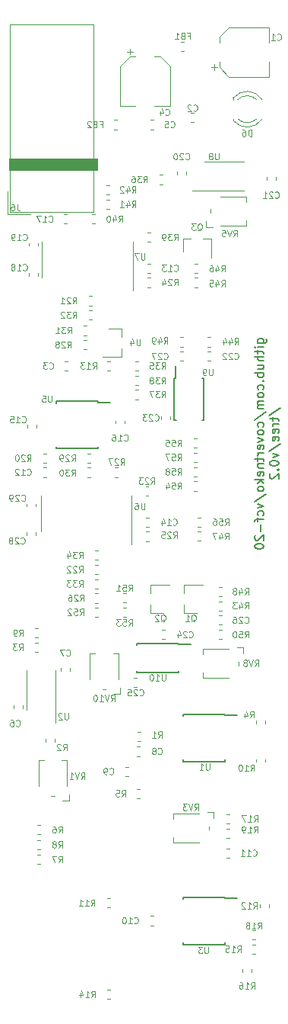
<source format=gbr>
G04 #@! TF.GenerationSoftware,KiCad,Pcbnew,(5.1.5)-3*
G04 #@! TF.CreationDate,2020-10-15T00:24:11-07:00*
G04 #@! TF.ProjectId,vcf-20,7663662d-3230-42e6-9b69-6361645f7063,rev?*
G04 #@! TF.SameCoordinates,Original*
G04 #@! TF.FileFunction,Legend,Bot*
G04 #@! TF.FilePolarity,Positive*
%FSLAX46Y46*%
G04 Gerber Fmt 4.6, Leading zero omitted, Abs format (unit mm)*
G04 Created by KiCad (PCBNEW (5.1.5)-3) date 2020-10-15 00:24:11*
%MOMM*%
%LPD*%
G04 APERTURE LIST*
%ADD10C,0.150000*%
%ADD11C,0.100000*%
%ADD12C,0.120000*%
G04 APERTURE END LIST*
D10*
X27789714Y-45388023D02*
X28599238Y-45388023D01*
X28694476Y-45340404D01*
X28742095Y-45292785D01*
X28789714Y-45197547D01*
X28789714Y-45054690D01*
X28742095Y-44959452D01*
X28408761Y-45388023D02*
X28456380Y-45292785D01*
X28456380Y-45102309D01*
X28408761Y-45007071D01*
X28361142Y-44959452D01*
X28265904Y-44911833D01*
X27980190Y-44911833D01*
X27884952Y-44959452D01*
X27837333Y-45007071D01*
X27789714Y-45102309D01*
X27789714Y-45292785D01*
X27837333Y-45388023D01*
X28456380Y-45864214D02*
X27789714Y-45864214D01*
X27456380Y-45864214D02*
X27504000Y-45816595D01*
X27551619Y-45864214D01*
X27504000Y-45911833D01*
X27456380Y-45864214D01*
X27551619Y-45864214D01*
X27789714Y-46197547D02*
X27789714Y-46578500D01*
X27456380Y-46340404D02*
X28313523Y-46340404D01*
X28408761Y-46388023D01*
X28456380Y-46483261D01*
X28456380Y-46578500D01*
X28456380Y-46911833D02*
X27456380Y-46911833D01*
X28456380Y-47340404D02*
X27932571Y-47340404D01*
X27837333Y-47292785D01*
X27789714Y-47197547D01*
X27789714Y-47054690D01*
X27837333Y-46959452D01*
X27884952Y-46911833D01*
X27789714Y-48245166D02*
X28456380Y-48245166D01*
X27789714Y-47816595D02*
X28313523Y-47816595D01*
X28408761Y-47864214D01*
X28456380Y-47959452D01*
X28456380Y-48102309D01*
X28408761Y-48197547D01*
X28361142Y-48245166D01*
X28456380Y-48721357D02*
X27456380Y-48721357D01*
X27837333Y-48721357D02*
X27789714Y-48816595D01*
X27789714Y-49007071D01*
X27837333Y-49102309D01*
X27884952Y-49149928D01*
X27980190Y-49197547D01*
X28265904Y-49197547D01*
X28361142Y-49149928D01*
X28408761Y-49102309D01*
X28456380Y-49007071D01*
X28456380Y-48816595D01*
X28408761Y-48721357D01*
X28361142Y-49626119D02*
X28408761Y-49673738D01*
X28456380Y-49626119D01*
X28408761Y-49578499D01*
X28361142Y-49626119D01*
X28456380Y-49626119D01*
X28408761Y-50530880D02*
X28456380Y-50435642D01*
X28456380Y-50245166D01*
X28408761Y-50149928D01*
X28361142Y-50102309D01*
X28265904Y-50054690D01*
X27980190Y-50054690D01*
X27884952Y-50102309D01*
X27837333Y-50149928D01*
X27789714Y-50245166D01*
X27789714Y-50435642D01*
X27837333Y-50530880D01*
X28456380Y-51102309D02*
X28408761Y-51007071D01*
X28361142Y-50959452D01*
X28265904Y-50911833D01*
X27980190Y-50911833D01*
X27884952Y-50959452D01*
X27837333Y-51007071D01*
X27789714Y-51102309D01*
X27789714Y-51245166D01*
X27837333Y-51340404D01*
X27884952Y-51388023D01*
X27980190Y-51435642D01*
X28265904Y-51435642D01*
X28361142Y-51388023D01*
X28408761Y-51340404D01*
X28456380Y-51245166D01*
X28456380Y-51102309D01*
X28456380Y-51864214D02*
X27789714Y-51864214D01*
X27884952Y-51864214D02*
X27837333Y-51911833D01*
X27789714Y-52007071D01*
X27789714Y-52149928D01*
X27837333Y-52245166D01*
X27932571Y-52292785D01*
X28456380Y-52292785D01*
X27932571Y-52292785D02*
X27837333Y-52340404D01*
X27789714Y-52435642D01*
X27789714Y-52578499D01*
X27837333Y-52673738D01*
X27932571Y-52721357D01*
X28456380Y-52721357D01*
X27408761Y-53911833D02*
X28694476Y-53054690D01*
X28408761Y-54673738D02*
X28456380Y-54578499D01*
X28456380Y-54388023D01*
X28408761Y-54292785D01*
X28361142Y-54245166D01*
X28265904Y-54197547D01*
X27980190Y-54197547D01*
X27884952Y-54245166D01*
X27837333Y-54292785D01*
X27789714Y-54388023D01*
X27789714Y-54578499D01*
X27837333Y-54673738D01*
X28456380Y-55245166D02*
X28408761Y-55149928D01*
X28361142Y-55102309D01*
X28265904Y-55054690D01*
X27980190Y-55054690D01*
X27884952Y-55102309D01*
X27837333Y-55149928D01*
X27789714Y-55245166D01*
X27789714Y-55388023D01*
X27837333Y-55483261D01*
X27884952Y-55530880D01*
X27980190Y-55578499D01*
X28265904Y-55578499D01*
X28361142Y-55530880D01*
X28408761Y-55483261D01*
X28456380Y-55388023D01*
X28456380Y-55245166D01*
X27789714Y-55911833D02*
X28456380Y-56149928D01*
X27789714Y-56388023D01*
X28408761Y-57149928D02*
X28456380Y-57054690D01*
X28456380Y-56864214D01*
X28408761Y-56768976D01*
X28313523Y-56721357D01*
X27932571Y-56721357D01*
X27837333Y-56768976D01*
X27789714Y-56864214D01*
X27789714Y-57054690D01*
X27837333Y-57149928D01*
X27932571Y-57197547D01*
X28027809Y-57197547D01*
X28123047Y-56721357D01*
X28456380Y-57626119D02*
X27789714Y-57626119D01*
X27980190Y-57626119D02*
X27884952Y-57673738D01*
X27837333Y-57721357D01*
X27789714Y-57816595D01*
X27789714Y-57911833D01*
X27789714Y-58102309D02*
X27789714Y-58483261D01*
X27456380Y-58245166D02*
X28313523Y-58245166D01*
X28408761Y-58292785D01*
X28456380Y-58388023D01*
X28456380Y-58483261D01*
X27789714Y-58816595D02*
X28456380Y-58816595D01*
X27884952Y-58816595D02*
X27837333Y-58864214D01*
X27789714Y-58959452D01*
X27789714Y-59102309D01*
X27837333Y-59197547D01*
X27932571Y-59245166D01*
X28456380Y-59245166D01*
X28408761Y-60102309D02*
X28456380Y-60007071D01*
X28456380Y-59816595D01*
X28408761Y-59721357D01*
X28313523Y-59673738D01*
X27932571Y-59673738D01*
X27837333Y-59721357D01*
X27789714Y-59816595D01*
X27789714Y-60007071D01*
X27837333Y-60102309D01*
X27932571Y-60149928D01*
X28027809Y-60149928D01*
X28123047Y-59673738D01*
X28456380Y-60578499D02*
X27456380Y-60578499D01*
X28075428Y-60673738D02*
X28456380Y-60959452D01*
X27789714Y-60959452D02*
X28170666Y-60578499D01*
X28456380Y-61530880D02*
X28408761Y-61435642D01*
X28361142Y-61388023D01*
X28265904Y-61340404D01*
X27980190Y-61340404D01*
X27884952Y-61388023D01*
X27837333Y-61435642D01*
X27789714Y-61530880D01*
X27789714Y-61673738D01*
X27837333Y-61768976D01*
X27884952Y-61816595D01*
X27980190Y-61864214D01*
X28265904Y-61864214D01*
X28361142Y-61816595D01*
X28408761Y-61768976D01*
X28456380Y-61673738D01*
X28456380Y-61530880D01*
X27408761Y-63007071D02*
X28694476Y-62149928D01*
X27789714Y-63245166D02*
X28456380Y-63483261D01*
X27789714Y-63721357D01*
X28408761Y-64530880D02*
X28456380Y-64435642D01*
X28456380Y-64245166D01*
X28408761Y-64149928D01*
X28361142Y-64102309D01*
X28265904Y-64054690D01*
X27980190Y-64054690D01*
X27884952Y-64102309D01*
X27837333Y-64149928D01*
X27789714Y-64245166D01*
X27789714Y-64435642D01*
X27837333Y-64530880D01*
X27789714Y-64816595D02*
X27789714Y-65197547D01*
X28456380Y-64959452D02*
X27599238Y-64959452D01*
X27504000Y-65007071D01*
X27456380Y-65102309D01*
X27456380Y-65197547D01*
X28075428Y-65530880D02*
X28075428Y-66292785D01*
X27551619Y-66721357D02*
X27504000Y-66768976D01*
X27456380Y-66864214D01*
X27456380Y-67102309D01*
X27504000Y-67197547D01*
X27551619Y-67245166D01*
X27646857Y-67292785D01*
X27742095Y-67292785D01*
X27884952Y-67245166D01*
X28456380Y-66673738D01*
X28456380Y-67292785D01*
X27456380Y-67911833D02*
X27456380Y-68007071D01*
X27504000Y-68102309D01*
X27551619Y-68149928D01*
X27646857Y-68197547D01*
X27837333Y-68245166D01*
X28075428Y-68245166D01*
X28265904Y-68197547D01*
X28361142Y-68149928D01*
X28408761Y-68102309D01*
X28456380Y-68007071D01*
X28456380Y-67911833D01*
X28408761Y-67816595D01*
X28361142Y-67768976D01*
X28265904Y-67721357D01*
X28075428Y-67673738D01*
X27837333Y-67673738D01*
X27646857Y-67721357D01*
X27551619Y-67768976D01*
X27504000Y-67816595D01*
X27456380Y-67911833D01*
X29058761Y-53459452D02*
X30344476Y-52602309D01*
X29439714Y-53649928D02*
X29439714Y-54030880D01*
X29106380Y-53792785D02*
X29963523Y-53792785D01*
X30058761Y-53840404D01*
X30106380Y-53935642D01*
X30106380Y-54030880D01*
X30106380Y-54364214D02*
X29439714Y-54364214D01*
X29630190Y-54364214D02*
X29534952Y-54411833D01*
X29487333Y-54459452D01*
X29439714Y-54554690D01*
X29439714Y-54649928D01*
X30058761Y-55364214D02*
X30106380Y-55268976D01*
X30106380Y-55078500D01*
X30058761Y-54983261D01*
X29963523Y-54935642D01*
X29582571Y-54935642D01*
X29487333Y-54983261D01*
X29439714Y-55078500D01*
X29439714Y-55268976D01*
X29487333Y-55364214D01*
X29582571Y-55411833D01*
X29677809Y-55411833D01*
X29773047Y-54935642D01*
X30058761Y-56221357D02*
X30106380Y-56126119D01*
X30106380Y-55935642D01*
X30058761Y-55840404D01*
X29963523Y-55792785D01*
X29582571Y-55792785D01*
X29487333Y-55840404D01*
X29439714Y-55935642D01*
X29439714Y-56126119D01*
X29487333Y-56221357D01*
X29582571Y-56268976D01*
X29677809Y-56268976D01*
X29773047Y-55792785D01*
X29058761Y-57411833D02*
X30344476Y-56554690D01*
X29439714Y-57649928D02*
X30106380Y-57888023D01*
X29439714Y-58126119D01*
X29106380Y-58697547D02*
X29106380Y-58792785D01*
X29154000Y-58888023D01*
X29201619Y-58935642D01*
X29296857Y-58983261D01*
X29487333Y-59030880D01*
X29725428Y-59030880D01*
X29915904Y-58983261D01*
X30011142Y-58935642D01*
X30058761Y-58888023D01*
X30106380Y-58792785D01*
X30106380Y-58697547D01*
X30058761Y-58602309D01*
X30011142Y-58554690D01*
X29915904Y-58507071D01*
X29725428Y-58459452D01*
X29487333Y-58459452D01*
X29296857Y-58507071D01*
X29201619Y-58554690D01*
X29154000Y-58602309D01*
X29106380Y-58697547D01*
X30011142Y-59459452D02*
X30058761Y-59507071D01*
X30106380Y-59459452D01*
X30058761Y-59411833D01*
X30011142Y-59459452D01*
X30106380Y-59459452D01*
X29201619Y-59888023D02*
X29154000Y-59935642D01*
X29106380Y-60030880D01*
X29106380Y-60268976D01*
X29154000Y-60364214D01*
X29201619Y-60411833D01*
X29296857Y-60459452D01*
X29392095Y-60459452D01*
X29534952Y-60411833D01*
X30106380Y-59840404D01*
X30106380Y-60459452D01*
D11*
G36*
X9906000Y-26162000D02*
G01*
X127000Y-26162000D01*
X127000Y-24892000D01*
X9906000Y-24892000D01*
X9906000Y-26162000D01*
G37*
X9906000Y-26162000D02*
X127000Y-26162000D01*
X127000Y-24892000D01*
X9906000Y-24892000D01*
X9906000Y-26162000D01*
D12*
X27531279Y-111635000D02*
X27205721Y-111635000D01*
X27531279Y-110615000D02*
X27205721Y-110615000D01*
X12637000Y-43775000D02*
X12637000Y-44705000D01*
X12637000Y-46935000D02*
X12637000Y-46005000D01*
X12637000Y-46935000D02*
X10477000Y-46935000D01*
X12637000Y-43775000D02*
X11177000Y-43775000D01*
D10*
X18604500Y-49300500D02*
X18604500Y-47950500D01*
X21754500Y-49300500D02*
X21754500Y-53950500D01*
X18504500Y-49300500D02*
X18504500Y-53950500D01*
X21754500Y-49300500D02*
X21554500Y-49300500D01*
X21754500Y-53950500D02*
X21554500Y-53950500D01*
X18504500Y-53950500D02*
X18704500Y-53950500D01*
X18504500Y-49300500D02*
X18604500Y-49300500D01*
X18936600Y-78840600D02*
X20286600Y-78840600D01*
X18936600Y-81990600D02*
X14286600Y-81990600D01*
X18936600Y-78740600D02*
X14286600Y-78740600D01*
X18936600Y-81990600D02*
X18936600Y-81790600D01*
X14286600Y-81990600D02*
X14286600Y-81790600D01*
X14286600Y-78740600D02*
X14286600Y-78940600D01*
X18936600Y-78740600D02*
X18936600Y-78840600D01*
D12*
X17016000Y-53883779D02*
X17016000Y-53558221D01*
X18036000Y-53883779D02*
X18036000Y-53558221D01*
X22514779Y-47373000D02*
X22189221Y-47373000D01*
X22514779Y-46353000D02*
X22189221Y-46353000D01*
X5153000Y-95699000D02*
X4753000Y-95699000D01*
X6553000Y-94599000D02*
X6553000Y-91699000D01*
X6553000Y-91699000D02*
X5953000Y-91699000D01*
X3353000Y-94599000D02*
X3353000Y-91699000D01*
X3353000Y-91699000D02*
X3953000Y-91699000D01*
X6753000Y-95499000D02*
X6753000Y-96199000D01*
X6753000Y-96199000D02*
X6053000Y-96199000D01*
X3766500Y-36131500D02*
X3766500Y-34181500D01*
X3766500Y-36131500D02*
X3766500Y-38081500D01*
X13886500Y-36131500D02*
X13886500Y-34181500D01*
X13886500Y-36131500D02*
X13886500Y-39581500D01*
X8697279Y-46103000D02*
X8371721Y-46103000D01*
X8697279Y-45083000D02*
X8371721Y-45083000D01*
X6550779Y-31113000D02*
X6225221Y-31113000D01*
X6550779Y-32133000D02*
X6225221Y-32133000D01*
X2284000Y-34279721D02*
X2284000Y-34605279D01*
X3304000Y-34279721D02*
X3304000Y-34605279D01*
X3304000Y-37970779D02*
X3304000Y-37645221D01*
X2284000Y-37970779D02*
X2284000Y-37645221D01*
X24066500Y-25250500D02*
X26266500Y-25250500D01*
X24066500Y-25250500D02*
X21866500Y-25250500D01*
X24066500Y-28470500D02*
X26266500Y-28470500D01*
X24066500Y-28470500D02*
X20466500Y-28470500D01*
X2073000Y-83947000D02*
X2073000Y-81747000D01*
X2073000Y-83947000D02*
X2073000Y-86147000D01*
X5293000Y-83947000D02*
X5293000Y-81747000D01*
X5293000Y-83947000D02*
X5293000Y-87547000D01*
X22548500Y-30934000D02*
X22548500Y-30534000D01*
X23648500Y-32334000D02*
X26548500Y-32334000D01*
X26548500Y-32334000D02*
X26548500Y-31734000D01*
X23648500Y-29134000D02*
X26548500Y-29134000D01*
X26548500Y-29134000D02*
X26548500Y-29734000D01*
X22748500Y-32534000D02*
X22048500Y-32534000D01*
X22048500Y-32534000D02*
X22048500Y-31834000D01*
X20665221Y-60200000D02*
X20990779Y-60200000D01*
X20665221Y-59180000D02*
X20990779Y-59180000D01*
X20990779Y-57592500D02*
X20665221Y-57592500D01*
X20990779Y-58612500D02*
X20665221Y-58612500D01*
X20665221Y-61787500D02*
X20990779Y-61787500D01*
X20665221Y-60767500D02*
X20990779Y-60767500D01*
X9019221Y-42801000D02*
X9344779Y-42801000D01*
X9019221Y-41781000D02*
X9344779Y-41781000D01*
X8371721Y-44515500D02*
X8697279Y-44515500D01*
X8371721Y-43495500D02*
X8697279Y-43495500D01*
X15483721Y-39181500D02*
X15809279Y-39181500D01*
X15483721Y-38161500D02*
X15809279Y-38161500D01*
X9344779Y-40193500D02*
X9019221Y-40193500D01*
X9344779Y-41213500D02*
X9019221Y-41213500D01*
X22356500Y-99050500D02*
X22356500Y-99450500D01*
X21256500Y-97650500D02*
X18356500Y-97650500D01*
X18356500Y-97650500D02*
X18356500Y-98250500D01*
X21256500Y-100850500D02*
X18356500Y-100850500D01*
X18356500Y-100850500D02*
X18356500Y-100250500D01*
X22156500Y-97450500D02*
X22856500Y-97450500D01*
X22856500Y-97450500D02*
X22856500Y-98150500D01*
X24648279Y-99312000D02*
X24322721Y-99312000D01*
X24648279Y-100332000D02*
X24322721Y-100332000D01*
X27531279Y-112202500D02*
X27205721Y-112202500D01*
X27531279Y-113222500D02*
X27205721Y-113222500D01*
X24648279Y-97724500D02*
X24322721Y-97724500D01*
X24648279Y-98744500D02*
X24322721Y-98744500D01*
X4189000Y-89372221D02*
X4189000Y-89697779D01*
X5209000Y-89372221D02*
X5209000Y-89697779D01*
X15483721Y-37594000D02*
X15809279Y-37594000D01*
X15483721Y-36574000D02*
X15809279Y-36574000D01*
X6614279Y-47432500D02*
X6288721Y-47432500D01*
X6614279Y-48452500D02*
X6288721Y-48452500D01*
X12227779Y-59243500D02*
X11902221Y-59243500D01*
X12227779Y-60263500D02*
X11902221Y-60263500D01*
X23784779Y-74064400D02*
X23459221Y-74064400D01*
X23784779Y-75084400D02*
X23459221Y-75084400D01*
X25046500Y-20667000D02*
X25046500Y-20511000D01*
X25046500Y-18351000D02*
X25046500Y-18195000D01*
X27647630Y-18351163D02*
G75*
G03X25565539Y-18351000I-1041130J-1079837D01*
G01*
X27647630Y-20510837D02*
G75*
G02X25565539Y-20511000I-1041130J1079837D01*
G01*
X28278835Y-18352392D02*
G75*
G03X25046500Y-18195484I-1672335J-1078608D01*
G01*
X28278835Y-20509608D02*
G75*
G02X25046500Y-20666516I-1672335J1078608D01*
G01*
D10*
X10008500Y-51858000D02*
X10008500Y-51983000D01*
X5358500Y-51858000D02*
X5358500Y-52083000D01*
X5358500Y-57108000D02*
X5358500Y-56883000D01*
X10008500Y-57108000D02*
X10008500Y-56883000D01*
X10008500Y-51858000D02*
X5358500Y-51858000D01*
X10008500Y-57108000D02*
X5358500Y-57108000D01*
X10008500Y-51983000D02*
X11358500Y-51983000D01*
D12*
X12956000Y-54328279D02*
X12956000Y-54002721D01*
X11936000Y-54328279D02*
X11936000Y-54002721D01*
X14310479Y-82548000D02*
X13984921Y-82548000D01*
X14310479Y-83568000D02*
X13984921Y-83568000D01*
X17409279Y-77264800D02*
X17083721Y-77264800D01*
X17409279Y-78284800D02*
X17083721Y-78284800D01*
X2030000Y-63235721D02*
X2030000Y-63561279D01*
X3050000Y-63235721D02*
X3050000Y-63561279D01*
X29783500Y-26926221D02*
X29783500Y-27251779D01*
X28763500Y-26926221D02*
X28763500Y-27251779D01*
X3050000Y-66748779D02*
X3050000Y-66423221D01*
X2030000Y-66748779D02*
X2030000Y-66423221D01*
X18794000Y-26354721D02*
X18794000Y-26680279D01*
X19814000Y-26354721D02*
X19814000Y-26680279D01*
X3113500Y-54810779D02*
X3113500Y-54485221D01*
X2093500Y-54810779D02*
X2093500Y-54485221D01*
X19141221Y-47373000D02*
X19466779Y-47373000D01*
X19141221Y-46353000D02*
X19466779Y-46353000D01*
X4226779Y-59243500D02*
X3901221Y-59243500D01*
X4226779Y-60263500D02*
X3901221Y-60263500D01*
X23459221Y-75664600D02*
X23784779Y-75664600D01*
X23459221Y-76684600D02*
X23784779Y-76684600D01*
X15356721Y-65788000D02*
X15682279Y-65788000D01*
X15356721Y-64768000D02*
X15682279Y-64768000D01*
X5840000Y-81472721D02*
X5840000Y-81798279D01*
X6860000Y-81472721D02*
X6860000Y-81798279D01*
X633000Y-85625721D02*
X633000Y-85951279D01*
X1653000Y-85625721D02*
X1653000Y-85951279D01*
X16164779Y-20635500D02*
X15839221Y-20635500D01*
X16164779Y-21655500D02*
X15839221Y-21655500D01*
X20673279Y-19810000D02*
X20347721Y-19810000D01*
X20673279Y-20830000D02*
X20347721Y-20830000D01*
X24648279Y-101534500D02*
X24322721Y-101534500D01*
X24648279Y-102554500D02*
X24322721Y-102554500D01*
X16139279Y-109027500D02*
X15813721Y-109027500D01*
X16139279Y-110047500D02*
X15813721Y-110047500D01*
X13345279Y-92454000D02*
X13019721Y-92454000D01*
X13345279Y-93474000D02*
X13019721Y-93474000D01*
X14678779Y-90231500D02*
X14353221Y-90231500D01*
X14678779Y-91251500D02*
X14353221Y-91251500D01*
X11376779Y-47432500D02*
X11051221Y-47432500D01*
X11376779Y-48452500D02*
X11051221Y-48452500D01*
X20665221Y-57025000D02*
X20990779Y-57025000D01*
X20665221Y-56005000D02*
X20990779Y-56005000D01*
X19466779Y-44765500D02*
X19141221Y-44765500D01*
X19466779Y-45785500D02*
X19141221Y-45785500D01*
X22189221Y-45785500D02*
X22514779Y-45785500D01*
X22189221Y-44765500D02*
X22514779Y-44765500D01*
X9662279Y-31113000D02*
X9336721Y-31113000D01*
X9662279Y-32133000D02*
X9336721Y-32133000D01*
X10911721Y-30482000D02*
X11237279Y-30482000D01*
X10911721Y-29462000D02*
X11237279Y-29462000D01*
X10911721Y-28894500D02*
X11237279Y-28894500D01*
X10911721Y-27874500D02*
X11237279Y-27874500D01*
X15293221Y-62359000D02*
X15618779Y-62359000D01*
X15293221Y-61339000D02*
X15618779Y-61339000D01*
X20728721Y-39181500D02*
X21054279Y-39181500D01*
X20728721Y-38161500D02*
X21054279Y-38161500D01*
X15809279Y-33145000D02*
X15483721Y-33145000D01*
X15809279Y-34165000D02*
X15483721Y-34165000D01*
X21054279Y-36574000D02*
X20728721Y-36574000D01*
X21054279Y-37594000D02*
X20728721Y-37594000D01*
X14488279Y-47432500D02*
X14162721Y-47432500D01*
X14488279Y-48452500D02*
X14162721Y-48452500D01*
X9116279Y-57656000D02*
X8790721Y-57656000D01*
X9116279Y-58676000D02*
X8790721Y-58676000D01*
X8790721Y-60263500D02*
X9116279Y-60263500D01*
X8790721Y-59243500D02*
X9116279Y-59243500D01*
X17155279Y-26731500D02*
X16829721Y-26731500D01*
X17155279Y-27751500D02*
X16829721Y-27751500D01*
X15356721Y-67375500D02*
X15682279Y-67375500D01*
X15356721Y-66355500D02*
X15682279Y-66355500D01*
X23459221Y-78284800D02*
X23784779Y-78284800D01*
X23459221Y-77264800D02*
X23784779Y-77264800D01*
X23784779Y-72489600D02*
X23459221Y-72489600D01*
X23784779Y-73509600D02*
X23459221Y-73509600D01*
X10005279Y-68451000D02*
X9679721Y-68451000D01*
X10005279Y-69471000D02*
X9679721Y-69471000D01*
X9679721Y-72646000D02*
X10005279Y-72646000D01*
X9679721Y-71626000D02*
X10005279Y-71626000D01*
X12791221Y-73200800D02*
X13116779Y-73200800D01*
X12791221Y-74220800D02*
X13116779Y-74220800D01*
X21447979Y-66330100D02*
X21122421Y-66330100D01*
X21447979Y-67350100D02*
X21122421Y-67350100D01*
X9679721Y-74233500D02*
X10005279Y-74233500D01*
X9679721Y-73213500D02*
X10005279Y-73213500D01*
X12791221Y-75795600D02*
X13116779Y-75795600D01*
X12791221Y-74775600D02*
X13116779Y-74775600D01*
X14488279Y-49020000D02*
X14162721Y-49020000D01*
X14488279Y-50040000D02*
X14162721Y-50040000D01*
X14150221Y-51627500D02*
X14475779Y-51627500D01*
X14150221Y-50607500D02*
X14475779Y-50607500D01*
X4226779Y-57656000D02*
X3901221Y-57656000D01*
X4226779Y-58676000D02*
X3901221Y-58676000D01*
X9679721Y-75795600D02*
X10005279Y-75795600D01*
X9679721Y-74775600D02*
X10005279Y-74775600D01*
X21447979Y-64755300D02*
X21122421Y-64755300D01*
X21447979Y-65775300D02*
X21122421Y-65775300D01*
X9679721Y-71058500D02*
X10005279Y-71058500D01*
X9679721Y-70038500D02*
X10005279Y-70038500D01*
X10987721Y-118239000D02*
X11313279Y-118239000D01*
X10987721Y-117219000D02*
X11313279Y-117219000D01*
X10987721Y-108079000D02*
X11313279Y-108079000D01*
X10987721Y-107059000D02*
X11313279Y-107059000D01*
X14353221Y-95950500D02*
X14678779Y-95950500D01*
X14353221Y-94930500D02*
X14678779Y-94930500D01*
X26096500Y-114899221D02*
X26096500Y-115224779D01*
X27116500Y-114899221D02*
X27116500Y-115224779D01*
X29021500Y-108049279D02*
X29021500Y-107723721D01*
X28001500Y-108049279D02*
X28001500Y-107723721D01*
X27620500Y-91594721D02*
X27620500Y-91920279D01*
X28640500Y-91594721D02*
X28640500Y-91920279D01*
X28640500Y-87665779D02*
X28640500Y-87340221D01*
X27620500Y-87665779D02*
X27620500Y-87340221D01*
X2986721Y-79694500D02*
X3312279Y-79694500D01*
X2986721Y-78674500D02*
X3312279Y-78674500D01*
X2986721Y-77087000D02*
X3312279Y-77087000D01*
X2986721Y-78107000D02*
X3312279Y-78107000D01*
X3240721Y-101602000D02*
X3566279Y-101602000D01*
X3240721Y-100582000D02*
X3566279Y-100582000D01*
X3240721Y-102233000D02*
X3566279Y-102233000D01*
X3240721Y-103253000D02*
X3566279Y-103253000D01*
X3240721Y-98931000D02*
X3566279Y-98931000D01*
X3240721Y-99951000D02*
X3566279Y-99951000D01*
X14378721Y-89600500D02*
X14704279Y-89600500D01*
X14378721Y-88580500D02*
X14704279Y-88580500D01*
X11749721Y-21655500D02*
X12075279Y-21655500D01*
X11749721Y-20635500D02*
X12075279Y-20635500D01*
X19242721Y-12956000D02*
X19568279Y-12956000D01*
X19242721Y-11936000D02*
X19568279Y-11936000D01*
D10*
X24105500Y-106912500D02*
X24105500Y-107037500D01*
X19455500Y-106912500D02*
X19455500Y-107137500D01*
X19455500Y-112162500D02*
X19455500Y-111937500D01*
X24105500Y-112162500D02*
X24105500Y-111937500D01*
X24105500Y-106912500D02*
X19455500Y-106912500D01*
X24105500Y-112162500D02*
X19455500Y-112162500D01*
X24105500Y-107037500D02*
X25455500Y-107037500D01*
D12*
X25671200Y-80775200D02*
X25671200Y-81175200D01*
X24571200Y-79375200D02*
X21671200Y-79375200D01*
X21671200Y-79375200D02*
X21671200Y-79975200D01*
X24571200Y-82575200D02*
X21671200Y-82575200D01*
X21671200Y-82575200D02*
X21671200Y-81975200D01*
X25471200Y-79175200D02*
X26171200Y-79175200D01*
X26171200Y-79175200D02*
X26171200Y-79875200D01*
X10868000Y-83837200D02*
X10468000Y-83837200D01*
X12268000Y-82737200D02*
X12268000Y-79837200D01*
X12268000Y-79837200D02*
X11668000Y-79837200D01*
X9068000Y-82737200D02*
X9068000Y-79837200D01*
X9068000Y-79837200D02*
X9668000Y-79837200D01*
X12468000Y-83637200D02*
X12468000Y-84337200D01*
X12468000Y-84337200D02*
X11768000Y-84337200D01*
X3639500Y-64325500D02*
X3639500Y-62375500D01*
X3639500Y-64325500D02*
X3639500Y-66275500D01*
X13759500Y-64325500D02*
X13759500Y-62375500D01*
X13759500Y-64325500D02*
X13759500Y-67775500D01*
D10*
X24105500Y-86592500D02*
X24105500Y-86717500D01*
X19455500Y-86592500D02*
X19455500Y-86817500D01*
X19455500Y-91842500D02*
X19455500Y-91617500D01*
X24105500Y-91842500D02*
X24105500Y-91617500D01*
X24105500Y-86592500D02*
X19455500Y-86592500D01*
X24105500Y-91842500D02*
X19455500Y-91842500D01*
X24105500Y-86717500D02*
X25455500Y-86717500D01*
D12*
X19438500Y-33784000D02*
X20368500Y-33784000D01*
X22598500Y-33784000D02*
X21668500Y-33784000D01*
X22598500Y-33784000D02*
X22598500Y-35944000D01*
X19438500Y-33784000D02*
X19438500Y-35244000D01*
X15800800Y-75367000D02*
X17260800Y-75367000D01*
X15800800Y-72207000D02*
X17960800Y-72207000D01*
X15800800Y-72207000D02*
X15800800Y-73137000D01*
X15800800Y-75367000D02*
X15800800Y-74437000D01*
X19544000Y-75367000D02*
X21004000Y-75367000D01*
X19544000Y-72207000D02*
X21704000Y-72207000D01*
X19544000Y-72207000D02*
X19544000Y-73137000D01*
X19544000Y-75367000D02*
X19544000Y-74437000D01*
X9501000Y-30877000D02*
X9501000Y-10017000D01*
X9501000Y-10017000D02*
X151000Y-10017000D01*
X151000Y-10017000D02*
X151000Y-30877000D01*
X151000Y-30877000D02*
X9501000Y-30877000D01*
X-99000Y-31127000D02*
X-99000Y-28587000D01*
X-99000Y-31127000D02*
X2441000Y-31127000D01*
X18000000Y-19102000D02*
X16300000Y-19102000D01*
X12480000Y-19102000D02*
X14180000Y-19102000D01*
X12480000Y-14646437D02*
X12480000Y-19102000D01*
X18000000Y-14646437D02*
X18000000Y-19102000D01*
X16935563Y-13582000D02*
X16300000Y-13582000D01*
X13544437Y-13582000D02*
X14180000Y-13582000D01*
X13544437Y-13582000D02*
X12480000Y-14646437D01*
X16935563Y-13582000D02*
X18000000Y-14646437D01*
X13555000Y-12717000D02*
X13555000Y-13342000D01*
X13242500Y-13029500D02*
X13867500Y-13029500D01*
X29026500Y-10321000D02*
X29026500Y-12021000D01*
X29026500Y-15841000D02*
X29026500Y-14141000D01*
X24570937Y-15841000D02*
X29026500Y-15841000D01*
X24570937Y-10321000D02*
X29026500Y-10321000D01*
X23506500Y-11385437D02*
X23506500Y-12021000D01*
X23506500Y-14776563D02*
X23506500Y-14141000D01*
X23506500Y-14776563D02*
X24570937Y-15841000D01*
X23506500Y-11385437D02*
X24570937Y-10321000D01*
X22641500Y-14766000D02*
X23266500Y-14766000D01*
X22954000Y-15078500D02*
X22954000Y-14453500D01*
D11*
X27818500Y-110425666D02*
X28051833Y-110092333D01*
X28218500Y-110425666D02*
X28218500Y-109725666D01*
X27951833Y-109725666D01*
X27885166Y-109759000D01*
X27851833Y-109792333D01*
X27818500Y-109859000D01*
X27818500Y-109959000D01*
X27851833Y-110025666D01*
X27885166Y-110059000D01*
X27951833Y-110092333D01*
X28218500Y-110092333D01*
X27151833Y-110425666D02*
X27551833Y-110425666D01*
X27351833Y-110425666D02*
X27351833Y-109725666D01*
X27418500Y-109825666D01*
X27485166Y-109892333D01*
X27551833Y-109925666D01*
X26751833Y-110025666D02*
X26818500Y-109992333D01*
X26851833Y-109959000D01*
X26885166Y-109892333D01*
X26885166Y-109859000D01*
X26851833Y-109792333D01*
X26818500Y-109759000D01*
X26751833Y-109725666D01*
X26618500Y-109725666D01*
X26551833Y-109759000D01*
X26518500Y-109792333D01*
X26485166Y-109859000D01*
X26485166Y-109892333D01*
X26518500Y-109959000D01*
X26551833Y-109992333D01*
X26618500Y-110025666D01*
X26751833Y-110025666D01*
X26818500Y-110059000D01*
X26851833Y-110092333D01*
X26885166Y-110159000D01*
X26885166Y-110292333D01*
X26851833Y-110359000D01*
X26818500Y-110392333D01*
X26751833Y-110425666D01*
X26618500Y-110425666D01*
X26551833Y-110392333D01*
X26518500Y-110359000D01*
X26485166Y-110292333D01*
X26485166Y-110159000D01*
X26518500Y-110092333D01*
X26551833Y-110059000D01*
X26618500Y-110025666D01*
X14693833Y-44955666D02*
X14693833Y-45522333D01*
X14660500Y-45589000D01*
X14627166Y-45622333D01*
X14560500Y-45655666D01*
X14427166Y-45655666D01*
X14360500Y-45622333D01*
X14327166Y-45589000D01*
X14293833Y-45522333D01*
X14293833Y-44955666D01*
X13660500Y-45189000D02*
X13660500Y-45655666D01*
X13827166Y-44922333D02*
X13993833Y-45422333D01*
X13560500Y-45422333D01*
X22758333Y-48257666D02*
X22758333Y-48824333D01*
X22725000Y-48891000D01*
X22691666Y-48924333D01*
X22625000Y-48957666D01*
X22491666Y-48957666D01*
X22425000Y-48924333D01*
X22391666Y-48891000D01*
X22358333Y-48824333D01*
X22358333Y-48257666D01*
X21991666Y-48957666D02*
X21858333Y-48957666D01*
X21791666Y-48924333D01*
X21758333Y-48891000D01*
X21691666Y-48791000D01*
X21658333Y-48657666D01*
X21658333Y-48391000D01*
X21691666Y-48324333D01*
X21725000Y-48291000D01*
X21791666Y-48257666D01*
X21925000Y-48257666D01*
X21991666Y-48291000D01*
X22025000Y-48324333D01*
X22058333Y-48391000D01*
X22058333Y-48557666D01*
X22025000Y-48624333D01*
X21991666Y-48657666D01*
X21925000Y-48691000D01*
X21791666Y-48691000D01*
X21725000Y-48657666D01*
X21691666Y-48624333D01*
X21658333Y-48557666D01*
X17503666Y-82166666D02*
X17503666Y-82733333D01*
X17470333Y-82800000D01*
X17437000Y-82833333D01*
X17370333Y-82866666D01*
X17237000Y-82866666D01*
X17170333Y-82833333D01*
X17137000Y-82800000D01*
X17103666Y-82733333D01*
X17103666Y-82166666D01*
X16403666Y-82866666D02*
X16803666Y-82866666D01*
X16603666Y-82866666D02*
X16603666Y-82166666D01*
X16670333Y-82266666D01*
X16737000Y-82333333D01*
X16803666Y-82366666D01*
X15970333Y-82166666D02*
X15903666Y-82166666D01*
X15837000Y-82200000D01*
X15803666Y-82233333D01*
X15770333Y-82300000D01*
X15737000Y-82433333D01*
X15737000Y-82600000D01*
X15770333Y-82733333D01*
X15803666Y-82800000D01*
X15837000Y-82833333D01*
X15903666Y-82866666D01*
X15970333Y-82866666D01*
X16037000Y-82833333D01*
X16070333Y-82800000D01*
X16103666Y-82733333D01*
X16137000Y-82600000D01*
X16137000Y-82433333D01*
X16103666Y-82300000D01*
X16070333Y-82233333D01*
X16037000Y-82200000D01*
X15970333Y-82166666D01*
X16325000Y-53945500D02*
X16358333Y-53978833D01*
X16458333Y-54012166D01*
X16525000Y-54012166D01*
X16625000Y-53978833D01*
X16691666Y-53912166D01*
X16725000Y-53845500D01*
X16758333Y-53712166D01*
X16758333Y-53612166D01*
X16725000Y-53478833D01*
X16691666Y-53412166D01*
X16625000Y-53345500D01*
X16525000Y-53312166D01*
X16458333Y-53312166D01*
X16358333Y-53345500D01*
X16325000Y-53378833D01*
X16058333Y-53378833D02*
X16025000Y-53345500D01*
X15958333Y-53312166D01*
X15791666Y-53312166D01*
X15725000Y-53345500D01*
X15691666Y-53378833D01*
X15658333Y-53445500D01*
X15658333Y-53512166D01*
X15691666Y-53612166D01*
X16091666Y-54012166D01*
X15658333Y-54012166D01*
X15425000Y-53312166D02*
X14991666Y-53312166D01*
X15225000Y-53578833D01*
X15125000Y-53578833D01*
X15058333Y-53612166D01*
X15025000Y-53645500D01*
X14991666Y-53712166D01*
X14991666Y-53878833D01*
X15025000Y-53945500D01*
X15058333Y-53978833D01*
X15125000Y-54012166D01*
X15325000Y-54012166D01*
X15391666Y-53978833D01*
X15425000Y-53945500D01*
X25215000Y-47113000D02*
X25248333Y-47146333D01*
X25348333Y-47179666D01*
X25415000Y-47179666D01*
X25515000Y-47146333D01*
X25581666Y-47079666D01*
X25615000Y-47013000D01*
X25648333Y-46879666D01*
X25648333Y-46779666D01*
X25615000Y-46646333D01*
X25581666Y-46579666D01*
X25515000Y-46513000D01*
X25415000Y-46479666D01*
X25348333Y-46479666D01*
X25248333Y-46513000D01*
X25215000Y-46546333D01*
X24948333Y-46546333D02*
X24915000Y-46513000D01*
X24848333Y-46479666D01*
X24681666Y-46479666D01*
X24615000Y-46513000D01*
X24581666Y-46546333D01*
X24548333Y-46613000D01*
X24548333Y-46679666D01*
X24581666Y-46779666D01*
X24981666Y-47179666D01*
X24548333Y-47179666D01*
X24281666Y-46546333D02*
X24248333Y-46513000D01*
X24181666Y-46479666D01*
X24015000Y-46479666D01*
X23948333Y-46513000D01*
X23915000Y-46546333D01*
X23881666Y-46613000D01*
X23881666Y-46679666D01*
X23915000Y-46779666D01*
X24315000Y-47179666D01*
X23881666Y-47179666D01*
X8100166Y-93788666D02*
X8333500Y-93455333D01*
X8500166Y-93788666D02*
X8500166Y-93088666D01*
X8233500Y-93088666D01*
X8166833Y-93122000D01*
X8133500Y-93155333D01*
X8100166Y-93222000D01*
X8100166Y-93322000D01*
X8133500Y-93388666D01*
X8166833Y-93422000D01*
X8233500Y-93455333D01*
X8500166Y-93455333D01*
X7900166Y-93088666D02*
X7666833Y-93788666D01*
X7433500Y-93088666D01*
X6833500Y-93788666D02*
X7233500Y-93788666D01*
X7033500Y-93788666D02*
X7033500Y-93088666D01*
X7100166Y-93188666D01*
X7166833Y-93255333D01*
X7233500Y-93288666D01*
X15201833Y-35430666D02*
X15201833Y-35997333D01*
X15168500Y-36064000D01*
X15135166Y-36097333D01*
X15068500Y-36130666D01*
X14935166Y-36130666D01*
X14868500Y-36097333D01*
X14835166Y-36064000D01*
X14801833Y-35997333D01*
X14801833Y-35430666D01*
X14535166Y-35430666D02*
X14068500Y-35430666D01*
X14368500Y-36130666D01*
X6571500Y-45909666D02*
X6804833Y-45576333D01*
X6971500Y-45909666D02*
X6971500Y-45209666D01*
X6704833Y-45209666D01*
X6638166Y-45243000D01*
X6604833Y-45276333D01*
X6571500Y-45343000D01*
X6571500Y-45443000D01*
X6604833Y-45509666D01*
X6638166Y-45543000D01*
X6704833Y-45576333D01*
X6971500Y-45576333D01*
X6304833Y-45276333D02*
X6271500Y-45243000D01*
X6204833Y-45209666D01*
X6038166Y-45209666D01*
X5971500Y-45243000D01*
X5938166Y-45276333D01*
X5904833Y-45343000D01*
X5904833Y-45409666D01*
X5938166Y-45509666D01*
X6338166Y-45909666D01*
X5904833Y-45909666D01*
X5504833Y-45509666D02*
X5571500Y-45476333D01*
X5604833Y-45443000D01*
X5638166Y-45376333D01*
X5638166Y-45343000D01*
X5604833Y-45276333D01*
X5571500Y-45243000D01*
X5504833Y-45209666D01*
X5371500Y-45209666D01*
X5304833Y-45243000D01*
X5271500Y-45276333D01*
X5238166Y-45343000D01*
X5238166Y-45376333D01*
X5271500Y-45443000D01*
X5304833Y-45476333D01*
X5371500Y-45509666D01*
X5504833Y-45509666D01*
X5571500Y-45543000D01*
X5604833Y-45576333D01*
X5638166Y-45643000D01*
X5638166Y-45776333D01*
X5604833Y-45843000D01*
X5571500Y-45876333D01*
X5504833Y-45909666D01*
X5371500Y-45909666D01*
X5304833Y-45876333D01*
X5271500Y-45843000D01*
X5238166Y-45776333D01*
X5238166Y-45643000D01*
X5271500Y-45576333D01*
X5304833Y-45543000D01*
X5371500Y-45509666D01*
X4514000Y-31873000D02*
X4547333Y-31906333D01*
X4647333Y-31939666D01*
X4714000Y-31939666D01*
X4814000Y-31906333D01*
X4880666Y-31839666D01*
X4914000Y-31773000D01*
X4947333Y-31639666D01*
X4947333Y-31539666D01*
X4914000Y-31406333D01*
X4880666Y-31339666D01*
X4814000Y-31273000D01*
X4714000Y-31239666D01*
X4647333Y-31239666D01*
X4547333Y-31273000D01*
X4514000Y-31306333D01*
X3847333Y-31939666D02*
X4247333Y-31939666D01*
X4047333Y-31939666D02*
X4047333Y-31239666D01*
X4114000Y-31339666D01*
X4180666Y-31406333D01*
X4247333Y-31439666D01*
X3614000Y-31239666D02*
X3147333Y-31239666D01*
X3447333Y-31939666D01*
X1656500Y-33905000D02*
X1689833Y-33938333D01*
X1789833Y-33971666D01*
X1856500Y-33971666D01*
X1956500Y-33938333D01*
X2023166Y-33871666D01*
X2056499Y-33805000D01*
X2089833Y-33671666D01*
X2089833Y-33571666D01*
X2056499Y-33438333D01*
X2023166Y-33371666D01*
X1956500Y-33305000D01*
X1856500Y-33271666D01*
X1789833Y-33271666D01*
X1689833Y-33305000D01*
X1656500Y-33338333D01*
X989833Y-33971666D02*
X1389833Y-33971666D01*
X1189833Y-33971666D02*
X1189833Y-33271666D01*
X1256500Y-33371666D01*
X1323166Y-33438333D01*
X1389833Y-33471666D01*
X656499Y-33971666D02*
X523166Y-33971666D01*
X456499Y-33938333D01*
X423166Y-33905000D01*
X356500Y-33805000D01*
X323166Y-33671666D01*
X323166Y-33405000D01*
X356500Y-33338333D01*
X389833Y-33305000D01*
X456499Y-33271666D01*
X589833Y-33271666D01*
X656499Y-33305000D01*
X689833Y-33338333D01*
X723166Y-33405000D01*
X723166Y-33571666D01*
X689833Y-33638333D01*
X656499Y-33671666D01*
X589833Y-33705000D01*
X456499Y-33705000D01*
X389833Y-33671666D01*
X356500Y-33638333D01*
X323166Y-33571666D01*
X1656500Y-37270500D02*
X1689833Y-37303833D01*
X1789833Y-37337166D01*
X1856500Y-37337166D01*
X1956500Y-37303833D01*
X2023166Y-37237166D01*
X2056499Y-37170500D01*
X2089833Y-37037166D01*
X2089833Y-36937166D01*
X2056499Y-36803833D01*
X2023166Y-36737166D01*
X1956500Y-36670500D01*
X1856500Y-36637166D01*
X1789833Y-36637166D01*
X1689833Y-36670500D01*
X1656500Y-36703833D01*
X989833Y-37337166D02*
X1389833Y-37337166D01*
X1189833Y-37337166D02*
X1189833Y-36637166D01*
X1256500Y-36737166D01*
X1323166Y-36803833D01*
X1389833Y-36837166D01*
X589833Y-36937166D02*
X656499Y-36903833D01*
X689833Y-36870500D01*
X723166Y-36803833D01*
X723166Y-36770500D01*
X689833Y-36703833D01*
X656499Y-36670500D01*
X589833Y-36637166D01*
X456499Y-36637166D01*
X389833Y-36670500D01*
X356500Y-36703833D01*
X323166Y-36770500D01*
X323166Y-36803833D01*
X356500Y-36870500D01*
X389833Y-36903833D01*
X456499Y-36937166D01*
X589833Y-36937166D01*
X656499Y-36970500D01*
X689833Y-37003833D01*
X723166Y-37070500D01*
X723166Y-37203833D01*
X689833Y-37270500D01*
X656499Y-37303833D01*
X589833Y-37337166D01*
X456499Y-37337166D01*
X389833Y-37303833D01*
X356500Y-37270500D01*
X323166Y-37203833D01*
X323166Y-37070500D01*
X356500Y-37003833D01*
X389833Y-36970500D01*
X456499Y-36937166D01*
X23456833Y-24318166D02*
X23456833Y-24884833D01*
X23423500Y-24951500D01*
X23390166Y-24984833D01*
X23323500Y-25018166D01*
X23190166Y-25018166D01*
X23123500Y-24984833D01*
X23090166Y-24951500D01*
X23056833Y-24884833D01*
X23056833Y-24318166D01*
X22623500Y-24618166D02*
X22690166Y-24584833D01*
X22723500Y-24551500D01*
X22756833Y-24484833D01*
X22756833Y-24451500D01*
X22723500Y-24384833D01*
X22690166Y-24351500D01*
X22623500Y-24318166D01*
X22490166Y-24318166D01*
X22423500Y-24351500D01*
X22390166Y-24384833D01*
X22356833Y-24451500D01*
X22356833Y-24484833D01*
X22390166Y-24551500D01*
X22423500Y-24584833D01*
X22490166Y-24618166D01*
X22623500Y-24618166D01*
X22690166Y-24651500D01*
X22723500Y-24684833D01*
X22756833Y-24751500D01*
X22756833Y-24884833D01*
X22723500Y-24951500D01*
X22690166Y-24984833D01*
X22623500Y-25018166D01*
X22490166Y-25018166D01*
X22423500Y-24984833D01*
X22390166Y-24951500D01*
X22356833Y-24884833D01*
X22356833Y-24751500D01*
X22390166Y-24684833D01*
X22423500Y-24651500D01*
X22490166Y-24618166D01*
X6666333Y-86484666D02*
X6666333Y-87051333D01*
X6633000Y-87118000D01*
X6599666Y-87151333D01*
X6533000Y-87184666D01*
X6399666Y-87184666D01*
X6333000Y-87151333D01*
X6299666Y-87118000D01*
X6266333Y-87051333D01*
X6266333Y-86484666D01*
X5966333Y-86551333D02*
X5933000Y-86518000D01*
X5866333Y-86484666D01*
X5699666Y-86484666D01*
X5633000Y-86518000D01*
X5599666Y-86551333D01*
X5566333Y-86618000D01*
X5566333Y-86684666D01*
X5599666Y-86784666D01*
X5999666Y-87184666D01*
X5566333Y-87184666D01*
X25065166Y-33550666D02*
X25298500Y-33217333D01*
X25465166Y-33550666D02*
X25465166Y-32850666D01*
X25198500Y-32850666D01*
X25131833Y-32884000D01*
X25098500Y-32917333D01*
X25065166Y-32984000D01*
X25065166Y-33084000D01*
X25098500Y-33150666D01*
X25131833Y-33184000D01*
X25198500Y-33217333D01*
X25465166Y-33217333D01*
X24865166Y-32850666D02*
X24631833Y-33550666D01*
X24398500Y-32850666D01*
X23831833Y-32850666D02*
X24165166Y-32850666D01*
X24198500Y-33184000D01*
X24165166Y-33150666D01*
X24098500Y-33117333D01*
X23931833Y-33117333D01*
X23865166Y-33150666D01*
X23831833Y-33184000D01*
X23798500Y-33250666D01*
X23798500Y-33417333D01*
X23831833Y-33484000D01*
X23865166Y-33517333D01*
X23931833Y-33550666D01*
X24098500Y-33550666D01*
X24165166Y-33517333D01*
X24198500Y-33484000D01*
X18865000Y-60006666D02*
X19098333Y-59673333D01*
X19265000Y-60006666D02*
X19265000Y-59306666D01*
X18998333Y-59306666D01*
X18931666Y-59340000D01*
X18898333Y-59373333D01*
X18865000Y-59440000D01*
X18865000Y-59540000D01*
X18898333Y-59606666D01*
X18931666Y-59640000D01*
X18998333Y-59673333D01*
X19265000Y-59673333D01*
X18231666Y-59306666D02*
X18565000Y-59306666D01*
X18598333Y-59640000D01*
X18565000Y-59606666D01*
X18498333Y-59573333D01*
X18331666Y-59573333D01*
X18265000Y-59606666D01*
X18231666Y-59640000D01*
X18198333Y-59706666D01*
X18198333Y-59873333D01*
X18231666Y-59940000D01*
X18265000Y-59973333D01*
X18331666Y-60006666D01*
X18498333Y-60006666D01*
X18565000Y-59973333D01*
X18598333Y-59940000D01*
X17798333Y-59606666D02*
X17865000Y-59573333D01*
X17898333Y-59540000D01*
X17931666Y-59473333D01*
X17931666Y-59440000D01*
X17898333Y-59373333D01*
X17865000Y-59340000D01*
X17798333Y-59306666D01*
X17665000Y-59306666D01*
X17598333Y-59340000D01*
X17565000Y-59373333D01*
X17531666Y-59440000D01*
X17531666Y-59473333D01*
X17565000Y-59540000D01*
X17598333Y-59573333D01*
X17665000Y-59606666D01*
X17798333Y-59606666D01*
X17865000Y-59640000D01*
X17898333Y-59673333D01*
X17931666Y-59740000D01*
X17931666Y-59873333D01*
X17898333Y-59940000D01*
X17865000Y-59973333D01*
X17798333Y-60006666D01*
X17665000Y-60006666D01*
X17598333Y-59973333D01*
X17565000Y-59940000D01*
X17531666Y-59873333D01*
X17531666Y-59740000D01*
X17565000Y-59673333D01*
X17598333Y-59640000D01*
X17665000Y-59606666D01*
X18865000Y-58419166D02*
X19098333Y-58085833D01*
X19265000Y-58419166D02*
X19265000Y-57719166D01*
X18998333Y-57719166D01*
X18931666Y-57752500D01*
X18898333Y-57785833D01*
X18865000Y-57852500D01*
X18865000Y-57952500D01*
X18898333Y-58019166D01*
X18931666Y-58052500D01*
X18998333Y-58085833D01*
X19265000Y-58085833D01*
X18231666Y-57719166D02*
X18565000Y-57719166D01*
X18598333Y-58052500D01*
X18565000Y-58019166D01*
X18498333Y-57985833D01*
X18331666Y-57985833D01*
X18265000Y-58019166D01*
X18231666Y-58052500D01*
X18198333Y-58119166D01*
X18198333Y-58285833D01*
X18231666Y-58352500D01*
X18265000Y-58385833D01*
X18331666Y-58419166D01*
X18498333Y-58419166D01*
X18565000Y-58385833D01*
X18598333Y-58352500D01*
X17965000Y-57719166D02*
X17498333Y-57719166D01*
X17798333Y-58419166D01*
X18865000Y-61594166D02*
X19098333Y-61260833D01*
X19265000Y-61594166D02*
X19265000Y-60894166D01*
X18998333Y-60894166D01*
X18931666Y-60927500D01*
X18898333Y-60960833D01*
X18865000Y-61027500D01*
X18865000Y-61127500D01*
X18898333Y-61194166D01*
X18931666Y-61227500D01*
X18998333Y-61260833D01*
X19265000Y-61260833D01*
X18231666Y-60894166D02*
X18565000Y-60894166D01*
X18598333Y-61227500D01*
X18565000Y-61194166D01*
X18498333Y-61160833D01*
X18331666Y-61160833D01*
X18265000Y-61194166D01*
X18231666Y-61227500D01*
X18198333Y-61294166D01*
X18198333Y-61460833D01*
X18231666Y-61527500D01*
X18265000Y-61560833D01*
X18331666Y-61594166D01*
X18498333Y-61594166D01*
X18565000Y-61560833D01*
X18598333Y-61527500D01*
X17598333Y-61127500D02*
X17598333Y-61594166D01*
X17765000Y-60860833D02*
X17931666Y-61360833D01*
X17498333Y-61360833D01*
X7181000Y-42607666D02*
X7414333Y-42274333D01*
X7581000Y-42607666D02*
X7581000Y-41907666D01*
X7314333Y-41907666D01*
X7247666Y-41941000D01*
X7214333Y-41974333D01*
X7181000Y-42041000D01*
X7181000Y-42141000D01*
X7214333Y-42207666D01*
X7247666Y-42241000D01*
X7314333Y-42274333D01*
X7581000Y-42274333D01*
X6947666Y-41907666D02*
X6514333Y-41907666D01*
X6747666Y-42174333D01*
X6647666Y-42174333D01*
X6581000Y-42207666D01*
X6547666Y-42241000D01*
X6514333Y-42307666D01*
X6514333Y-42474333D01*
X6547666Y-42541000D01*
X6581000Y-42574333D01*
X6647666Y-42607666D01*
X6847666Y-42607666D01*
X6914333Y-42574333D01*
X6947666Y-42541000D01*
X6247666Y-41974333D02*
X6214333Y-41941000D01*
X6147666Y-41907666D01*
X5981000Y-41907666D01*
X5914333Y-41941000D01*
X5881000Y-41974333D01*
X5847666Y-42041000D01*
X5847666Y-42107666D01*
X5881000Y-42207666D01*
X6281000Y-42607666D01*
X5847666Y-42607666D01*
X6609500Y-44322166D02*
X6842833Y-43988833D01*
X7009500Y-44322166D02*
X7009500Y-43622166D01*
X6742833Y-43622166D01*
X6676166Y-43655500D01*
X6642833Y-43688833D01*
X6609500Y-43755500D01*
X6609500Y-43855500D01*
X6642833Y-43922166D01*
X6676166Y-43955500D01*
X6742833Y-43988833D01*
X7009500Y-43988833D01*
X6376166Y-43622166D02*
X5942833Y-43622166D01*
X6176166Y-43888833D01*
X6076166Y-43888833D01*
X6009500Y-43922166D01*
X5976166Y-43955500D01*
X5942833Y-44022166D01*
X5942833Y-44188833D01*
X5976166Y-44255500D01*
X6009500Y-44288833D01*
X6076166Y-44322166D01*
X6276166Y-44322166D01*
X6342833Y-44288833D01*
X6376166Y-44255500D01*
X5276166Y-44322166D02*
X5676166Y-44322166D01*
X5476166Y-44322166D02*
X5476166Y-43622166D01*
X5542833Y-43722166D01*
X5609500Y-43788833D01*
X5676166Y-43822166D01*
X18484000Y-38988166D02*
X18717333Y-38654833D01*
X18884000Y-38988166D02*
X18884000Y-38288166D01*
X18617333Y-38288166D01*
X18550666Y-38321500D01*
X18517333Y-38354833D01*
X18484000Y-38421500D01*
X18484000Y-38521500D01*
X18517333Y-38588166D01*
X18550666Y-38621500D01*
X18617333Y-38654833D01*
X18884000Y-38654833D01*
X18217333Y-38354833D02*
X18184000Y-38321500D01*
X18117333Y-38288166D01*
X17950666Y-38288166D01*
X17884000Y-38321500D01*
X17850666Y-38354833D01*
X17817333Y-38421500D01*
X17817333Y-38488166D01*
X17850666Y-38588166D01*
X18250666Y-38988166D01*
X17817333Y-38988166D01*
X17217333Y-38521500D02*
X17217333Y-38988166D01*
X17384000Y-38254833D02*
X17550666Y-38754833D01*
X17117333Y-38754833D01*
X7181000Y-41020166D02*
X7414333Y-40686833D01*
X7581000Y-41020166D02*
X7581000Y-40320166D01*
X7314333Y-40320166D01*
X7247666Y-40353500D01*
X7214333Y-40386833D01*
X7181000Y-40453500D01*
X7181000Y-40553500D01*
X7214333Y-40620166D01*
X7247666Y-40653500D01*
X7314333Y-40686833D01*
X7581000Y-40686833D01*
X6914333Y-40386833D02*
X6881000Y-40353500D01*
X6814333Y-40320166D01*
X6647666Y-40320166D01*
X6581000Y-40353500D01*
X6547666Y-40386833D01*
X6514333Y-40453500D01*
X6514333Y-40520166D01*
X6547666Y-40620166D01*
X6947666Y-41020166D01*
X6514333Y-41020166D01*
X5847666Y-41020166D02*
X6247666Y-41020166D01*
X6047666Y-41020166D02*
X6047666Y-40320166D01*
X6114333Y-40420166D01*
X6181000Y-40486833D01*
X6247666Y-40520166D01*
X20736666Y-97281166D02*
X20970000Y-96947833D01*
X21136666Y-97281166D02*
X21136666Y-96581166D01*
X20870000Y-96581166D01*
X20803333Y-96614500D01*
X20770000Y-96647833D01*
X20736666Y-96714500D01*
X20736666Y-96814500D01*
X20770000Y-96881166D01*
X20803333Y-96914500D01*
X20870000Y-96947833D01*
X21136666Y-96947833D01*
X20536666Y-96581166D02*
X20303333Y-97281166D01*
X20070000Y-96581166D01*
X19903333Y-96581166D02*
X19470000Y-96581166D01*
X19703333Y-96847833D01*
X19603333Y-96847833D01*
X19536666Y-96881166D01*
X19503333Y-96914500D01*
X19470000Y-96981166D01*
X19470000Y-97147833D01*
X19503333Y-97214500D01*
X19536666Y-97247833D01*
X19603333Y-97281166D01*
X19803333Y-97281166D01*
X19870000Y-97247833D01*
X19903333Y-97214500D01*
X27374000Y-99757666D02*
X27607333Y-99424333D01*
X27774000Y-99757666D02*
X27774000Y-99057666D01*
X27507333Y-99057666D01*
X27440666Y-99091000D01*
X27407333Y-99124333D01*
X27374000Y-99191000D01*
X27374000Y-99291000D01*
X27407333Y-99357666D01*
X27440666Y-99391000D01*
X27507333Y-99424333D01*
X27774000Y-99424333D01*
X26707333Y-99757666D02*
X27107333Y-99757666D01*
X26907333Y-99757666D02*
X26907333Y-99057666D01*
X26974000Y-99157666D01*
X27040666Y-99224333D01*
X27107333Y-99257666D01*
X26374000Y-99757666D02*
X26240666Y-99757666D01*
X26174000Y-99724333D01*
X26140666Y-99691000D01*
X26074000Y-99591000D01*
X26040666Y-99457666D01*
X26040666Y-99191000D01*
X26074000Y-99124333D01*
X26107333Y-99091000D01*
X26174000Y-99057666D01*
X26307333Y-99057666D01*
X26374000Y-99091000D01*
X26407333Y-99124333D01*
X26440666Y-99191000D01*
X26440666Y-99357666D01*
X26407333Y-99424333D01*
X26374000Y-99457666D01*
X26307333Y-99491000D01*
X26174000Y-99491000D01*
X26107333Y-99457666D01*
X26074000Y-99424333D01*
X26040666Y-99357666D01*
X25532500Y-113029166D02*
X25765833Y-112695833D01*
X25932500Y-113029166D02*
X25932500Y-112329166D01*
X25665833Y-112329166D01*
X25599166Y-112362500D01*
X25565833Y-112395833D01*
X25532500Y-112462500D01*
X25532500Y-112562500D01*
X25565833Y-112629166D01*
X25599166Y-112662500D01*
X25665833Y-112695833D01*
X25932500Y-112695833D01*
X24865833Y-113029166D02*
X25265833Y-113029166D01*
X25065833Y-113029166D02*
X25065833Y-112329166D01*
X25132500Y-112429166D01*
X25199166Y-112495833D01*
X25265833Y-112529166D01*
X24232500Y-112329166D02*
X24565833Y-112329166D01*
X24599166Y-112662500D01*
X24565833Y-112629166D01*
X24499166Y-112595833D01*
X24332500Y-112595833D01*
X24265833Y-112629166D01*
X24232500Y-112662500D01*
X24199166Y-112729166D01*
X24199166Y-112895833D01*
X24232500Y-112962500D01*
X24265833Y-112995833D01*
X24332500Y-113029166D01*
X24499166Y-113029166D01*
X24565833Y-112995833D01*
X24599166Y-112962500D01*
X27374000Y-98551166D02*
X27607333Y-98217833D01*
X27774000Y-98551166D02*
X27774000Y-97851166D01*
X27507333Y-97851166D01*
X27440666Y-97884500D01*
X27407333Y-97917833D01*
X27374000Y-97984500D01*
X27374000Y-98084500D01*
X27407333Y-98151166D01*
X27440666Y-98184500D01*
X27507333Y-98217833D01*
X27774000Y-98217833D01*
X26707333Y-98551166D02*
X27107333Y-98551166D01*
X26907333Y-98551166D02*
X26907333Y-97851166D01*
X26974000Y-97951166D01*
X27040666Y-98017833D01*
X27107333Y-98051166D01*
X26474000Y-97851166D02*
X26007333Y-97851166D01*
X26307333Y-98551166D01*
X6085666Y-90613666D02*
X6319000Y-90280333D01*
X6485666Y-90613666D02*
X6485666Y-89913666D01*
X6219000Y-89913666D01*
X6152333Y-89947000D01*
X6119000Y-89980333D01*
X6085666Y-90047000D01*
X6085666Y-90147000D01*
X6119000Y-90213666D01*
X6152333Y-90247000D01*
X6219000Y-90280333D01*
X6485666Y-90280333D01*
X5819000Y-89980333D02*
X5785666Y-89947000D01*
X5719000Y-89913666D01*
X5552333Y-89913666D01*
X5485666Y-89947000D01*
X5452333Y-89980333D01*
X5419000Y-90047000D01*
X5419000Y-90113666D01*
X5452333Y-90213666D01*
X5852333Y-90613666D01*
X5419000Y-90613666D01*
X18484000Y-37334000D02*
X18517333Y-37367333D01*
X18617333Y-37400666D01*
X18684000Y-37400666D01*
X18784000Y-37367333D01*
X18850666Y-37300666D01*
X18884000Y-37234000D01*
X18917333Y-37100666D01*
X18917333Y-37000666D01*
X18884000Y-36867333D01*
X18850666Y-36800666D01*
X18784000Y-36734000D01*
X18684000Y-36700666D01*
X18617333Y-36700666D01*
X18517333Y-36734000D01*
X18484000Y-36767333D01*
X17817333Y-37400666D02*
X18217333Y-37400666D01*
X18017333Y-37400666D02*
X18017333Y-36700666D01*
X18084000Y-36800666D01*
X18150666Y-36867333D01*
X18217333Y-36900666D01*
X17584000Y-36700666D02*
X17150666Y-36700666D01*
X17384000Y-36967333D01*
X17284000Y-36967333D01*
X17217333Y-37000666D01*
X17184000Y-37034000D01*
X17150666Y-37100666D01*
X17150666Y-37267333D01*
X17184000Y-37334000D01*
X17217333Y-37367333D01*
X17284000Y-37400666D01*
X17484000Y-37400666D01*
X17550666Y-37367333D01*
X17584000Y-37334000D01*
X4561666Y-48192500D02*
X4595000Y-48225833D01*
X4695000Y-48259166D01*
X4761666Y-48259166D01*
X4861666Y-48225833D01*
X4928333Y-48159166D01*
X4961666Y-48092500D01*
X4995000Y-47959166D01*
X4995000Y-47859166D01*
X4961666Y-47725833D01*
X4928333Y-47659166D01*
X4861666Y-47592500D01*
X4761666Y-47559166D01*
X4695000Y-47559166D01*
X4595000Y-47592500D01*
X4561666Y-47625833D01*
X4328333Y-47559166D02*
X3895000Y-47559166D01*
X4128333Y-47825833D01*
X4028333Y-47825833D01*
X3961666Y-47859166D01*
X3928333Y-47892500D01*
X3895000Y-47959166D01*
X3895000Y-48125833D01*
X3928333Y-48192500D01*
X3961666Y-48225833D01*
X4028333Y-48259166D01*
X4228333Y-48259166D01*
X4295000Y-48225833D01*
X4328333Y-48192500D01*
X12515000Y-58927166D02*
X12748333Y-58593833D01*
X12915000Y-58927166D02*
X12915000Y-58227166D01*
X12648333Y-58227166D01*
X12581666Y-58260500D01*
X12548333Y-58293833D01*
X12515000Y-58360500D01*
X12515000Y-58460500D01*
X12548333Y-58527166D01*
X12581666Y-58560500D01*
X12648333Y-58593833D01*
X12915000Y-58593833D01*
X12248333Y-58293833D02*
X12215000Y-58260500D01*
X12148333Y-58227166D01*
X11981666Y-58227166D01*
X11915000Y-58260500D01*
X11881666Y-58293833D01*
X11848333Y-58360500D01*
X11848333Y-58427166D01*
X11881666Y-58527166D01*
X12281666Y-58927166D01*
X11848333Y-58927166D01*
X11615000Y-58227166D02*
X11148333Y-58227166D01*
X11448333Y-58927166D01*
X26358100Y-74891066D02*
X26591433Y-74557733D01*
X26758100Y-74891066D02*
X26758100Y-74191066D01*
X26491433Y-74191066D01*
X26424766Y-74224400D01*
X26391433Y-74257733D01*
X26358100Y-74324400D01*
X26358100Y-74424400D01*
X26391433Y-74491066D01*
X26424766Y-74524400D01*
X26491433Y-74557733D01*
X26758100Y-74557733D01*
X25758100Y-74424400D02*
X25758100Y-74891066D01*
X25924766Y-74157733D02*
X26091433Y-74657733D01*
X25658100Y-74657733D01*
X25458100Y-74191066D02*
X25024766Y-74191066D01*
X25258100Y-74457733D01*
X25158100Y-74457733D01*
X25091433Y-74491066D01*
X25058100Y-74524400D01*
X25024766Y-74591066D01*
X25024766Y-74757733D01*
X25058100Y-74824400D01*
X25091433Y-74857733D01*
X25158100Y-74891066D01*
X25358100Y-74891066D01*
X25424766Y-74857733D01*
X25458100Y-74824400D01*
X27123166Y-22414666D02*
X27123166Y-21714666D01*
X26956500Y-21714666D01*
X26856500Y-21748000D01*
X26789833Y-21814666D01*
X26756500Y-21881333D01*
X26723166Y-22014666D01*
X26723166Y-22114666D01*
X26756500Y-22248000D01*
X26789833Y-22314666D01*
X26856500Y-22381333D01*
X26956500Y-22414666D01*
X27123166Y-22414666D01*
X26123166Y-21714666D02*
X26256500Y-21714666D01*
X26323166Y-21748000D01*
X26356500Y-21781333D01*
X26423166Y-21881333D01*
X26456500Y-22014666D01*
X26456500Y-22281333D01*
X26423166Y-22348000D01*
X26389833Y-22381333D01*
X26323166Y-22414666D01*
X26189833Y-22414666D01*
X26123166Y-22381333D01*
X26089833Y-22348000D01*
X26056500Y-22281333D01*
X26056500Y-22114666D01*
X26089833Y-22048000D01*
X26123166Y-22014666D01*
X26189833Y-21981333D01*
X26323166Y-21981333D01*
X26389833Y-22014666D01*
X26423166Y-22048000D01*
X26456500Y-22114666D01*
X4851333Y-51242166D02*
X4851333Y-51808833D01*
X4818000Y-51875500D01*
X4784666Y-51908833D01*
X4718000Y-51942166D01*
X4584666Y-51942166D01*
X4518000Y-51908833D01*
X4484666Y-51875500D01*
X4451333Y-51808833D01*
X4451333Y-51242166D01*
X3784666Y-51242166D02*
X4118000Y-51242166D01*
X4151333Y-51575500D01*
X4118000Y-51542166D01*
X4051333Y-51508833D01*
X3884666Y-51508833D01*
X3818000Y-51542166D01*
X3784666Y-51575500D01*
X3751333Y-51642166D01*
X3751333Y-51808833D01*
X3784666Y-51875500D01*
X3818000Y-51908833D01*
X3884666Y-51942166D01*
X4051333Y-51942166D01*
X4118000Y-51908833D01*
X4151333Y-51875500D01*
X12896000Y-56193500D02*
X12929333Y-56226833D01*
X13029333Y-56260166D01*
X13096000Y-56260166D01*
X13196000Y-56226833D01*
X13262666Y-56160166D01*
X13296000Y-56093500D01*
X13329333Y-55960166D01*
X13329333Y-55860166D01*
X13296000Y-55726833D01*
X13262666Y-55660166D01*
X13196000Y-55593500D01*
X13096000Y-55560166D01*
X13029333Y-55560166D01*
X12929333Y-55593500D01*
X12896000Y-55626833D01*
X12229333Y-56260166D02*
X12629333Y-56260166D01*
X12429333Y-56260166D02*
X12429333Y-55560166D01*
X12496000Y-55660166D01*
X12562666Y-55726833D01*
X12629333Y-55760166D01*
X11629333Y-55560166D02*
X11762666Y-55560166D01*
X11829333Y-55593500D01*
X11862666Y-55626833D01*
X11929333Y-55726833D01*
X11962666Y-55860166D01*
X11962666Y-56126833D01*
X11929333Y-56193500D01*
X11896000Y-56226833D01*
X11829333Y-56260166D01*
X11696000Y-56260166D01*
X11629333Y-56226833D01*
X11596000Y-56193500D01*
X11562666Y-56126833D01*
X11562666Y-55960166D01*
X11596000Y-55893500D01*
X11629333Y-55860166D01*
X11696000Y-55826833D01*
X11829333Y-55826833D01*
X11896000Y-55860166D01*
X11929333Y-55893500D01*
X11962666Y-55960166D01*
X14623200Y-84476400D02*
X14656533Y-84509733D01*
X14756533Y-84543066D01*
X14823200Y-84543066D01*
X14923200Y-84509733D01*
X14989866Y-84443066D01*
X15023200Y-84376400D01*
X15056533Y-84243066D01*
X15056533Y-84143066D01*
X15023200Y-84009733D01*
X14989866Y-83943066D01*
X14923200Y-83876400D01*
X14823200Y-83843066D01*
X14756533Y-83843066D01*
X14656533Y-83876400D01*
X14623200Y-83909733D01*
X14356533Y-83909733D02*
X14323200Y-83876400D01*
X14256533Y-83843066D01*
X14089866Y-83843066D01*
X14023200Y-83876400D01*
X13989866Y-83909733D01*
X13956533Y-83976400D01*
X13956533Y-84043066D01*
X13989866Y-84143066D01*
X14389866Y-84543066D01*
X13956533Y-84543066D01*
X13323200Y-83843066D02*
X13656533Y-83843066D01*
X13689866Y-84176400D01*
X13656533Y-84143066D01*
X13589866Y-84109733D01*
X13423200Y-84109733D01*
X13356533Y-84143066D01*
X13323200Y-84176400D01*
X13289866Y-84243066D01*
X13289866Y-84409733D01*
X13323200Y-84476400D01*
X13356533Y-84509733D01*
X13423200Y-84543066D01*
X13589866Y-84543066D01*
X13656533Y-84509733D01*
X13689866Y-84476400D01*
X20134900Y-78024800D02*
X20168233Y-78058133D01*
X20268233Y-78091466D01*
X20334900Y-78091466D01*
X20434900Y-78058133D01*
X20501566Y-77991466D01*
X20534900Y-77924800D01*
X20568233Y-77791466D01*
X20568233Y-77691466D01*
X20534900Y-77558133D01*
X20501566Y-77491466D01*
X20434900Y-77424800D01*
X20334900Y-77391466D01*
X20268233Y-77391466D01*
X20168233Y-77424800D01*
X20134900Y-77458133D01*
X19868233Y-77458133D02*
X19834900Y-77424800D01*
X19768233Y-77391466D01*
X19601566Y-77391466D01*
X19534900Y-77424800D01*
X19501566Y-77458133D01*
X19468233Y-77524800D01*
X19468233Y-77591466D01*
X19501566Y-77691466D01*
X19901566Y-78091466D01*
X19468233Y-78091466D01*
X18868233Y-77624800D02*
X18868233Y-78091466D01*
X19034900Y-77358133D02*
X19201566Y-77858133D01*
X18768233Y-77858133D01*
X1466000Y-62861000D02*
X1499333Y-62894333D01*
X1599333Y-62927666D01*
X1666000Y-62927666D01*
X1766000Y-62894333D01*
X1832666Y-62827666D01*
X1865999Y-62761000D01*
X1899333Y-62627666D01*
X1899333Y-62527666D01*
X1865999Y-62394333D01*
X1832666Y-62327666D01*
X1766000Y-62261000D01*
X1666000Y-62227666D01*
X1599333Y-62227666D01*
X1499333Y-62261000D01*
X1466000Y-62294333D01*
X1199333Y-62294333D02*
X1165999Y-62261000D01*
X1099333Y-62227666D01*
X932666Y-62227666D01*
X865999Y-62261000D01*
X832666Y-62294333D01*
X799333Y-62361000D01*
X799333Y-62427666D01*
X832666Y-62527666D01*
X1232666Y-62927666D01*
X799333Y-62927666D01*
X465999Y-62927666D02*
X332666Y-62927666D01*
X265999Y-62894333D01*
X232666Y-62861000D01*
X166000Y-62761000D01*
X132666Y-62627666D01*
X132666Y-62361000D01*
X166000Y-62294333D01*
X199333Y-62261000D01*
X265999Y-62227666D01*
X399333Y-62227666D01*
X465999Y-62261000D01*
X499333Y-62294333D01*
X532666Y-62361000D01*
X532666Y-62527666D01*
X499333Y-62594333D01*
X465999Y-62627666D01*
X399333Y-62661000D01*
X265999Y-62661000D01*
X199333Y-62627666D01*
X166000Y-62594333D01*
X132666Y-62527666D01*
X29723500Y-29218500D02*
X29756833Y-29251833D01*
X29856833Y-29285166D01*
X29923500Y-29285166D01*
X30023500Y-29251833D01*
X30090166Y-29185166D01*
X30123500Y-29118500D01*
X30156833Y-28985166D01*
X30156833Y-28885166D01*
X30123500Y-28751833D01*
X30090166Y-28685166D01*
X30023500Y-28618500D01*
X29923500Y-28585166D01*
X29856833Y-28585166D01*
X29756833Y-28618500D01*
X29723500Y-28651833D01*
X29456833Y-28651833D02*
X29423500Y-28618500D01*
X29356833Y-28585166D01*
X29190166Y-28585166D01*
X29123500Y-28618500D01*
X29090166Y-28651833D01*
X29056833Y-28718500D01*
X29056833Y-28785166D01*
X29090166Y-28885166D01*
X29490166Y-29285166D01*
X29056833Y-29285166D01*
X28390166Y-29285166D02*
X28790166Y-29285166D01*
X28590166Y-29285166D02*
X28590166Y-28585166D01*
X28656833Y-28685166D01*
X28723500Y-28751833D01*
X28790166Y-28785166D01*
X1402500Y-67623500D02*
X1435833Y-67656833D01*
X1535833Y-67690166D01*
X1602500Y-67690166D01*
X1702500Y-67656833D01*
X1769166Y-67590166D01*
X1802499Y-67523500D01*
X1835833Y-67390166D01*
X1835833Y-67290166D01*
X1802499Y-67156833D01*
X1769166Y-67090166D01*
X1702500Y-67023500D01*
X1602500Y-66990166D01*
X1535833Y-66990166D01*
X1435833Y-67023500D01*
X1402500Y-67056833D01*
X1135833Y-67056833D02*
X1102499Y-67023500D01*
X1035833Y-66990166D01*
X869166Y-66990166D01*
X802499Y-67023500D01*
X769166Y-67056833D01*
X735833Y-67123500D01*
X735833Y-67190166D01*
X769166Y-67290166D01*
X1169166Y-67690166D01*
X735833Y-67690166D01*
X335833Y-67290166D02*
X402499Y-67256833D01*
X435833Y-67223500D01*
X469166Y-67156833D01*
X469166Y-67123500D01*
X435833Y-67056833D01*
X402499Y-67023500D01*
X335833Y-66990166D01*
X202499Y-66990166D01*
X135833Y-67023500D01*
X102500Y-67056833D01*
X69166Y-67123500D01*
X69166Y-67156833D01*
X102500Y-67223500D01*
X135833Y-67256833D01*
X202499Y-67290166D01*
X335833Y-67290166D01*
X402499Y-67323500D01*
X435833Y-67356833D01*
X469166Y-67423500D01*
X469166Y-67556833D01*
X435833Y-67623500D01*
X402499Y-67656833D01*
X335833Y-67690166D01*
X202499Y-67690166D01*
X135833Y-67656833D01*
X102500Y-67623500D01*
X69166Y-67556833D01*
X69166Y-67423500D01*
X102500Y-67356833D01*
X135833Y-67323500D01*
X202499Y-67290166D01*
X19754000Y-24951500D02*
X19787333Y-24984833D01*
X19887333Y-25018166D01*
X19954000Y-25018166D01*
X20054000Y-24984833D01*
X20120666Y-24918166D01*
X20154000Y-24851500D01*
X20187333Y-24718166D01*
X20187333Y-24618166D01*
X20154000Y-24484833D01*
X20120666Y-24418166D01*
X20054000Y-24351500D01*
X19954000Y-24318166D01*
X19887333Y-24318166D01*
X19787333Y-24351500D01*
X19754000Y-24384833D01*
X19487333Y-24384833D02*
X19454000Y-24351500D01*
X19387333Y-24318166D01*
X19220666Y-24318166D01*
X19154000Y-24351500D01*
X19120666Y-24384833D01*
X19087333Y-24451500D01*
X19087333Y-24518166D01*
X19120666Y-24618166D01*
X19520666Y-25018166D01*
X19087333Y-25018166D01*
X18654000Y-24318166D02*
X18587333Y-24318166D01*
X18520666Y-24351500D01*
X18487333Y-24384833D01*
X18454000Y-24451500D01*
X18420666Y-24584833D01*
X18420666Y-24751500D01*
X18454000Y-24884833D01*
X18487333Y-24951500D01*
X18520666Y-24984833D01*
X18587333Y-25018166D01*
X18654000Y-25018166D01*
X18720666Y-24984833D01*
X18754000Y-24951500D01*
X18787333Y-24884833D01*
X18820666Y-24751500D01*
X18820666Y-24584833D01*
X18787333Y-24451500D01*
X18754000Y-24384833D01*
X18720666Y-24351500D01*
X18654000Y-24318166D01*
X1529500Y-54136000D02*
X1562833Y-54169333D01*
X1662833Y-54202666D01*
X1729500Y-54202666D01*
X1829500Y-54169333D01*
X1896166Y-54102666D01*
X1929499Y-54036000D01*
X1962833Y-53902666D01*
X1962833Y-53802666D01*
X1929499Y-53669333D01*
X1896166Y-53602666D01*
X1829500Y-53536000D01*
X1729500Y-53502666D01*
X1662833Y-53502666D01*
X1562833Y-53536000D01*
X1529500Y-53569333D01*
X862833Y-54202666D02*
X1262833Y-54202666D01*
X1062833Y-54202666D02*
X1062833Y-53502666D01*
X1129500Y-53602666D01*
X1196166Y-53669333D01*
X1262833Y-53702666D01*
X229500Y-53502666D02*
X562833Y-53502666D01*
X596166Y-53836000D01*
X562833Y-53802666D01*
X496166Y-53769333D01*
X329499Y-53769333D01*
X262833Y-53802666D01*
X229500Y-53836000D01*
X196166Y-53902666D01*
X196166Y-54069333D01*
X229500Y-54136000D01*
X262833Y-54169333D01*
X329499Y-54202666D01*
X496166Y-54202666D01*
X562833Y-54169333D01*
X596166Y-54136000D01*
X17341000Y-47113000D02*
X17374333Y-47146333D01*
X17474333Y-47179666D01*
X17541000Y-47179666D01*
X17641000Y-47146333D01*
X17707666Y-47079666D01*
X17741000Y-47013000D01*
X17774333Y-46879666D01*
X17774333Y-46779666D01*
X17741000Y-46646333D01*
X17707666Y-46579666D01*
X17641000Y-46513000D01*
X17541000Y-46479666D01*
X17474333Y-46479666D01*
X17374333Y-46513000D01*
X17341000Y-46546333D01*
X17074333Y-46546333D02*
X17041000Y-46513000D01*
X16974333Y-46479666D01*
X16807666Y-46479666D01*
X16741000Y-46513000D01*
X16707666Y-46546333D01*
X16674333Y-46613000D01*
X16674333Y-46679666D01*
X16707666Y-46779666D01*
X17107666Y-47179666D01*
X16674333Y-47179666D01*
X16441000Y-46479666D02*
X15974333Y-46479666D01*
X16274333Y-47179666D01*
X2101000Y-60003500D02*
X2134333Y-60036833D01*
X2234333Y-60070166D01*
X2301000Y-60070166D01*
X2401000Y-60036833D01*
X2467666Y-59970166D01*
X2501000Y-59903500D01*
X2534333Y-59770166D01*
X2534333Y-59670166D01*
X2501000Y-59536833D01*
X2467666Y-59470166D01*
X2401000Y-59403500D01*
X2301000Y-59370166D01*
X2234333Y-59370166D01*
X2134333Y-59403500D01*
X2101000Y-59436833D01*
X1434333Y-60070166D02*
X1834333Y-60070166D01*
X1634333Y-60070166D02*
X1634333Y-59370166D01*
X1701000Y-59470166D01*
X1767666Y-59536833D01*
X1834333Y-59570166D01*
X1167666Y-59436833D02*
X1134333Y-59403500D01*
X1067666Y-59370166D01*
X900999Y-59370166D01*
X834333Y-59403500D01*
X801000Y-59436833D01*
X767666Y-59503500D01*
X767666Y-59570166D01*
X801000Y-59670166D01*
X1201000Y-60070166D01*
X767666Y-60070166D01*
X26358000Y-76424600D02*
X26391333Y-76457933D01*
X26491333Y-76491266D01*
X26558000Y-76491266D01*
X26658000Y-76457933D01*
X26724666Y-76391266D01*
X26758000Y-76324600D01*
X26791333Y-76191266D01*
X26791333Y-76091266D01*
X26758000Y-75957933D01*
X26724666Y-75891266D01*
X26658000Y-75824600D01*
X26558000Y-75791266D01*
X26491333Y-75791266D01*
X26391333Y-75824600D01*
X26358000Y-75857933D01*
X26091333Y-75857933D02*
X26058000Y-75824600D01*
X25991333Y-75791266D01*
X25824666Y-75791266D01*
X25758000Y-75824600D01*
X25724666Y-75857933D01*
X25691333Y-75924600D01*
X25691333Y-75991266D01*
X25724666Y-76091266D01*
X26124666Y-76491266D01*
X25691333Y-76491266D01*
X25091333Y-75791266D02*
X25224666Y-75791266D01*
X25291333Y-75824600D01*
X25324666Y-75857933D01*
X25391333Y-75957933D01*
X25424666Y-76091266D01*
X25424666Y-76357933D01*
X25391333Y-76424600D01*
X25358000Y-76457933D01*
X25291333Y-76491266D01*
X25158000Y-76491266D01*
X25091333Y-76457933D01*
X25058000Y-76424600D01*
X25024666Y-76357933D01*
X25024666Y-76191266D01*
X25058000Y-76124600D01*
X25091333Y-76091266D01*
X25158000Y-76057933D01*
X25291333Y-76057933D01*
X25358000Y-76091266D01*
X25391333Y-76124600D01*
X25424666Y-76191266D01*
X18357000Y-65528000D02*
X18390333Y-65561333D01*
X18490333Y-65594666D01*
X18557000Y-65594666D01*
X18657000Y-65561333D01*
X18723666Y-65494666D01*
X18757000Y-65428000D01*
X18790333Y-65294666D01*
X18790333Y-65194666D01*
X18757000Y-65061333D01*
X18723666Y-64994666D01*
X18657000Y-64928000D01*
X18557000Y-64894666D01*
X18490333Y-64894666D01*
X18390333Y-64928000D01*
X18357000Y-64961333D01*
X17690333Y-65594666D02*
X18090333Y-65594666D01*
X17890333Y-65594666D02*
X17890333Y-64894666D01*
X17957000Y-64994666D01*
X18023666Y-65061333D01*
X18090333Y-65094666D01*
X17090333Y-65128000D02*
X17090333Y-65594666D01*
X17257000Y-64861333D02*
X17423666Y-65361333D01*
X16990333Y-65361333D01*
X6466666Y-80069500D02*
X6500000Y-80102833D01*
X6600000Y-80136166D01*
X6666666Y-80136166D01*
X6766666Y-80102833D01*
X6833333Y-80036166D01*
X6866666Y-79969500D01*
X6900000Y-79836166D01*
X6900000Y-79736166D01*
X6866666Y-79602833D01*
X6833333Y-79536166D01*
X6766666Y-79469500D01*
X6666666Y-79436166D01*
X6600000Y-79436166D01*
X6500000Y-79469500D01*
X6466666Y-79502833D01*
X6233333Y-79436166D02*
X5766666Y-79436166D01*
X6066666Y-80136166D01*
X878666Y-87880000D02*
X912000Y-87913333D01*
X1012000Y-87946666D01*
X1078666Y-87946666D01*
X1178666Y-87913333D01*
X1245333Y-87846666D01*
X1278666Y-87780000D01*
X1312000Y-87646666D01*
X1312000Y-87546666D01*
X1278666Y-87413333D01*
X1245333Y-87346666D01*
X1178666Y-87280000D01*
X1078666Y-87246666D01*
X1012000Y-87246666D01*
X912000Y-87280000D01*
X878666Y-87313333D01*
X278666Y-87246666D02*
X412000Y-87246666D01*
X478666Y-87280000D01*
X512000Y-87313333D01*
X578666Y-87413333D01*
X612000Y-87546666D01*
X612000Y-87813333D01*
X578666Y-87880000D01*
X545333Y-87913333D01*
X478666Y-87946666D01*
X345333Y-87946666D01*
X278666Y-87913333D01*
X245333Y-87880000D01*
X212000Y-87813333D01*
X212000Y-87646666D01*
X245333Y-87580000D01*
X278666Y-87546666D01*
X345333Y-87513333D01*
X478666Y-87513333D01*
X545333Y-87546666D01*
X578666Y-87580000D01*
X612000Y-87646666D01*
X18087166Y-21395500D02*
X18120500Y-21428833D01*
X18220500Y-21462166D01*
X18287166Y-21462166D01*
X18387166Y-21428833D01*
X18453833Y-21362166D01*
X18487166Y-21295500D01*
X18520500Y-21162166D01*
X18520500Y-21062166D01*
X18487166Y-20928833D01*
X18453833Y-20862166D01*
X18387166Y-20795500D01*
X18287166Y-20762166D01*
X18220500Y-20762166D01*
X18120500Y-20795500D01*
X18087166Y-20828833D01*
X17453833Y-20762166D02*
X17787166Y-20762166D01*
X17820500Y-21095500D01*
X17787166Y-21062166D01*
X17720500Y-21028833D01*
X17553833Y-21028833D01*
X17487166Y-21062166D01*
X17453833Y-21095500D01*
X17420500Y-21162166D01*
X17420500Y-21328833D01*
X17453833Y-21395500D01*
X17487166Y-21428833D01*
X17553833Y-21462166D01*
X17720500Y-21462166D01*
X17787166Y-21428833D01*
X17820500Y-21395500D01*
X20627166Y-19554000D02*
X20660500Y-19587333D01*
X20760500Y-19620666D01*
X20827166Y-19620666D01*
X20927166Y-19587333D01*
X20993833Y-19520666D01*
X21027166Y-19454000D01*
X21060500Y-19320666D01*
X21060500Y-19220666D01*
X21027166Y-19087333D01*
X20993833Y-19020666D01*
X20927166Y-18954000D01*
X20827166Y-18920666D01*
X20760500Y-18920666D01*
X20660500Y-18954000D01*
X20627166Y-18987333D01*
X20360500Y-18987333D02*
X20327166Y-18954000D01*
X20260500Y-18920666D01*
X20093833Y-18920666D01*
X20027166Y-18954000D01*
X19993833Y-18987333D01*
X19960500Y-19054000D01*
X19960500Y-19120666D01*
X19993833Y-19220666D01*
X20393833Y-19620666D01*
X19960500Y-19620666D01*
X27247000Y-102294500D02*
X27280333Y-102327833D01*
X27380333Y-102361166D01*
X27447000Y-102361166D01*
X27547000Y-102327833D01*
X27613666Y-102261166D01*
X27647000Y-102194500D01*
X27680333Y-102061166D01*
X27680333Y-101961166D01*
X27647000Y-101827833D01*
X27613666Y-101761166D01*
X27547000Y-101694500D01*
X27447000Y-101661166D01*
X27380333Y-101661166D01*
X27280333Y-101694500D01*
X27247000Y-101727833D01*
X26580333Y-102361166D02*
X26980333Y-102361166D01*
X26780333Y-102361166D02*
X26780333Y-101661166D01*
X26847000Y-101761166D01*
X26913666Y-101827833D01*
X26980333Y-101861166D01*
X25913666Y-102361166D02*
X26313666Y-102361166D01*
X26113666Y-102361166D02*
X26113666Y-101661166D01*
X26180333Y-101761166D01*
X26247000Y-101827833D01*
X26313666Y-101861166D01*
X14039000Y-109787500D02*
X14072333Y-109820833D01*
X14172333Y-109854166D01*
X14239000Y-109854166D01*
X14339000Y-109820833D01*
X14405666Y-109754166D01*
X14439000Y-109687500D01*
X14472333Y-109554166D01*
X14472333Y-109454166D01*
X14439000Y-109320833D01*
X14405666Y-109254166D01*
X14339000Y-109187500D01*
X14239000Y-109154166D01*
X14172333Y-109154166D01*
X14072333Y-109187500D01*
X14039000Y-109220833D01*
X13372333Y-109854166D02*
X13772333Y-109854166D01*
X13572333Y-109854166D02*
X13572333Y-109154166D01*
X13639000Y-109254166D01*
X13705666Y-109320833D01*
X13772333Y-109354166D01*
X12939000Y-109154166D02*
X12872333Y-109154166D01*
X12805666Y-109187500D01*
X12772333Y-109220833D01*
X12739000Y-109287500D01*
X12705666Y-109420833D01*
X12705666Y-109587500D01*
X12739000Y-109720833D01*
X12772333Y-109787500D01*
X12805666Y-109820833D01*
X12872333Y-109854166D01*
X12939000Y-109854166D01*
X13005666Y-109820833D01*
X13039000Y-109787500D01*
X13072333Y-109720833D01*
X13105666Y-109587500D01*
X13105666Y-109420833D01*
X13072333Y-109287500D01*
X13039000Y-109220833D01*
X13005666Y-109187500D01*
X12939000Y-109154166D01*
X11292666Y-93214000D02*
X11326000Y-93247333D01*
X11426000Y-93280666D01*
X11492666Y-93280666D01*
X11592666Y-93247333D01*
X11659333Y-93180666D01*
X11692666Y-93114000D01*
X11726000Y-92980666D01*
X11726000Y-92880666D01*
X11692666Y-92747333D01*
X11659333Y-92680666D01*
X11592666Y-92614000D01*
X11492666Y-92580666D01*
X11426000Y-92580666D01*
X11326000Y-92614000D01*
X11292666Y-92647333D01*
X10959333Y-93280666D02*
X10826000Y-93280666D01*
X10759333Y-93247333D01*
X10726000Y-93214000D01*
X10659333Y-93114000D01*
X10626000Y-92980666D01*
X10626000Y-92714000D01*
X10659333Y-92647333D01*
X10692666Y-92614000D01*
X10759333Y-92580666D01*
X10892666Y-92580666D01*
X10959333Y-92614000D01*
X10992666Y-92647333D01*
X11026000Y-92714000D01*
X11026000Y-92880666D01*
X10992666Y-92947333D01*
X10959333Y-92980666D01*
X10892666Y-93014000D01*
X10759333Y-93014000D01*
X10692666Y-92980666D01*
X10659333Y-92947333D01*
X10626000Y-92880666D01*
X16690166Y-90991500D02*
X16723500Y-91024833D01*
X16823500Y-91058166D01*
X16890166Y-91058166D01*
X16990166Y-91024833D01*
X17056833Y-90958166D01*
X17090166Y-90891500D01*
X17123500Y-90758166D01*
X17123500Y-90658166D01*
X17090166Y-90524833D01*
X17056833Y-90458166D01*
X16990166Y-90391500D01*
X16890166Y-90358166D01*
X16823500Y-90358166D01*
X16723500Y-90391500D01*
X16690166Y-90424833D01*
X16290166Y-90658166D02*
X16356833Y-90624833D01*
X16390166Y-90591500D01*
X16423500Y-90524833D01*
X16423500Y-90491500D01*
X16390166Y-90424833D01*
X16356833Y-90391500D01*
X16290166Y-90358166D01*
X16156833Y-90358166D01*
X16090166Y-90391500D01*
X16056833Y-90424833D01*
X16023500Y-90491500D01*
X16023500Y-90524833D01*
X16056833Y-90591500D01*
X16090166Y-90624833D01*
X16156833Y-90658166D01*
X16290166Y-90658166D01*
X16356833Y-90691500D01*
X16390166Y-90724833D01*
X16423500Y-90791500D01*
X16423500Y-90924833D01*
X16390166Y-90991500D01*
X16356833Y-91024833D01*
X16290166Y-91058166D01*
X16156833Y-91058166D01*
X16090166Y-91024833D01*
X16056833Y-90991500D01*
X16023500Y-90924833D01*
X16023500Y-90791500D01*
X16056833Y-90724833D01*
X16090166Y-90691500D01*
X16156833Y-90658166D01*
X9403500Y-48259166D02*
X9636833Y-47925833D01*
X9803500Y-48259166D02*
X9803500Y-47559166D01*
X9536833Y-47559166D01*
X9470166Y-47592500D01*
X9436833Y-47625833D01*
X9403500Y-47692500D01*
X9403500Y-47792500D01*
X9436833Y-47859166D01*
X9470166Y-47892500D01*
X9536833Y-47925833D01*
X9803500Y-47925833D01*
X8736833Y-48259166D02*
X9136833Y-48259166D01*
X8936833Y-48259166D02*
X8936833Y-47559166D01*
X9003500Y-47659166D01*
X9070166Y-47725833D01*
X9136833Y-47759166D01*
X8503500Y-47559166D02*
X8070166Y-47559166D01*
X8303500Y-47825833D01*
X8203500Y-47825833D01*
X8136833Y-47859166D01*
X8103500Y-47892500D01*
X8070166Y-47959166D01*
X8070166Y-48125833D01*
X8103500Y-48192500D01*
X8136833Y-48225833D01*
X8203500Y-48259166D01*
X8403500Y-48259166D01*
X8470166Y-48225833D01*
X8503500Y-48192500D01*
X18865000Y-56831666D02*
X19098333Y-56498333D01*
X19265000Y-56831666D02*
X19265000Y-56131666D01*
X18998333Y-56131666D01*
X18931666Y-56165000D01*
X18898333Y-56198333D01*
X18865000Y-56265000D01*
X18865000Y-56365000D01*
X18898333Y-56431666D01*
X18931666Y-56465000D01*
X18998333Y-56498333D01*
X19265000Y-56498333D01*
X18231666Y-56131666D02*
X18565000Y-56131666D01*
X18598333Y-56465000D01*
X18565000Y-56431666D01*
X18498333Y-56398333D01*
X18331666Y-56398333D01*
X18265000Y-56431666D01*
X18231666Y-56465000D01*
X18198333Y-56531666D01*
X18198333Y-56698333D01*
X18231666Y-56765000D01*
X18265000Y-56798333D01*
X18331666Y-56831666D01*
X18498333Y-56831666D01*
X18565000Y-56798333D01*
X18598333Y-56765000D01*
X17565000Y-56131666D02*
X17898333Y-56131666D01*
X17931666Y-56465000D01*
X17898333Y-56431666D01*
X17831666Y-56398333D01*
X17665000Y-56398333D01*
X17598333Y-56431666D01*
X17565000Y-56465000D01*
X17531666Y-56531666D01*
X17531666Y-56698333D01*
X17565000Y-56765000D01*
X17598333Y-56798333D01*
X17665000Y-56831666D01*
X17831666Y-56831666D01*
X17898333Y-56798333D01*
X17931666Y-56765000D01*
X17341000Y-45465166D02*
X17574333Y-45131833D01*
X17741000Y-45465166D02*
X17741000Y-44765166D01*
X17474333Y-44765166D01*
X17407666Y-44798500D01*
X17374333Y-44831833D01*
X17341000Y-44898500D01*
X17341000Y-44998500D01*
X17374333Y-45065166D01*
X17407666Y-45098500D01*
X17474333Y-45131833D01*
X17741000Y-45131833D01*
X16741000Y-44998500D02*
X16741000Y-45465166D01*
X16907666Y-44731833D02*
X17074333Y-45231833D01*
X16641000Y-45231833D01*
X16341000Y-45465166D02*
X16207666Y-45465166D01*
X16141000Y-45431833D01*
X16107666Y-45398500D01*
X16041000Y-45298500D01*
X16007666Y-45165166D01*
X16007666Y-44898500D01*
X16041000Y-44831833D01*
X16074333Y-44798500D01*
X16141000Y-44765166D01*
X16274333Y-44765166D01*
X16341000Y-44798500D01*
X16374333Y-44831833D01*
X16407666Y-44898500D01*
X16407666Y-45065166D01*
X16374333Y-45131833D01*
X16341000Y-45165166D01*
X16274333Y-45198500D01*
X16141000Y-45198500D01*
X16074333Y-45165166D01*
X16041000Y-45131833D01*
X16007666Y-45065166D01*
X25215000Y-45528666D02*
X25448333Y-45195333D01*
X25615000Y-45528666D02*
X25615000Y-44828666D01*
X25348333Y-44828666D01*
X25281666Y-44862000D01*
X25248333Y-44895333D01*
X25215000Y-44962000D01*
X25215000Y-45062000D01*
X25248333Y-45128666D01*
X25281666Y-45162000D01*
X25348333Y-45195333D01*
X25615000Y-45195333D01*
X24615000Y-45062000D02*
X24615000Y-45528666D01*
X24781666Y-44795333D02*
X24948333Y-45295333D01*
X24515000Y-45295333D01*
X23948333Y-45062000D02*
X23948333Y-45528666D01*
X24115000Y-44795333D02*
X24281666Y-45295333D01*
X23848333Y-45295333D01*
X12299000Y-31939666D02*
X12532333Y-31606333D01*
X12699000Y-31939666D02*
X12699000Y-31239666D01*
X12432333Y-31239666D01*
X12365666Y-31273000D01*
X12332333Y-31306333D01*
X12299000Y-31373000D01*
X12299000Y-31473000D01*
X12332333Y-31539666D01*
X12365666Y-31573000D01*
X12432333Y-31606333D01*
X12699000Y-31606333D01*
X11699000Y-31473000D02*
X11699000Y-31939666D01*
X11865666Y-31206333D02*
X12032333Y-31706333D01*
X11599000Y-31706333D01*
X11199000Y-31239666D02*
X11132333Y-31239666D01*
X11065666Y-31273000D01*
X11032333Y-31306333D01*
X10999000Y-31373000D01*
X10965666Y-31506333D01*
X10965666Y-31673000D01*
X10999000Y-31806333D01*
X11032333Y-31873000D01*
X11065666Y-31906333D01*
X11132333Y-31939666D01*
X11199000Y-31939666D01*
X11265666Y-31906333D01*
X11299000Y-31873000D01*
X11332333Y-31806333D01*
X11365666Y-31673000D01*
X11365666Y-31506333D01*
X11332333Y-31373000D01*
X11299000Y-31306333D01*
X11265666Y-31273000D01*
X11199000Y-31239666D01*
X13785000Y-30288666D02*
X14018333Y-29955333D01*
X14185000Y-30288666D02*
X14185000Y-29588666D01*
X13918333Y-29588666D01*
X13851666Y-29622000D01*
X13818333Y-29655333D01*
X13785000Y-29722000D01*
X13785000Y-29822000D01*
X13818333Y-29888666D01*
X13851666Y-29922000D01*
X13918333Y-29955333D01*
X14185000Y-29955333D01*
X13185000Y-29822000D02*
X13185000Y-30288666D01*
X13351666Y-29555333D02*
X13518333Y-30055333D01*
X13085000Y-30055333D01*
X12451666Y-30288666D02*
X12851666Y-30288666D01*
X12651666Y-30288666D02*
X12651666Y-29588666D01*
X12718333Y-29688666D01*
X12785000Y-29755333D01*
X12851666Y-29788666D01*
X13785000Y-28701166D02*
X14018333Y-28367833D01*
X14185000Y-28701166D02*
X14185000Y-28001166D01*
X13918333Y-28001166D01*
X13851666Y-28034500D01*
X13818333Y-28067833D01*
X13785000Y-28134500D01*
X13785000Y-28234500D01*
X13818333Y-28301166D01*
X13851666Y-28334500D01*
X13918333Y-28367833D01*
X14185000Y-28367833D01*
X13185000Y-28234500D02*
X13185000Y-28701166D01*
X13351666Y-27967833D02*
X13518333Y-28467833D01*
X13085000Y-28467833D01*
X12851666Y-28067833D02*
X12818333Y-28034500D01*
X12751666Y-28001166D01*
X12585000Y-28001166D01*
X12518333Y-28034500D01*
X12485000Y-28067833D01*
X12451666Y-28134500D01*
X12451666Y-28201166D01*
X12485000Y-28301166D01*
X12885000Y-28701166D01*
X12451666Y-28701166D01*
X15880500Y-61022666D02*
X16113833Y-60689333D01*
X16280500Y-61022666D02*
X16280500Y-60322666D01*
X16013833Y-60322666D01*
X15947166Y-60356000D01*
X15913833Y-60389333D01*
X15880500Y-60456000D01*
X15880500Y-60556000D01*
X15913833Y-60622666D01*
X15947166Y-60656000D01*
X16013833Y-60689333D01*
X16280500Y-60689333D01*
X15613833Y-60389333D02*
X15580500Y-60356000D01*
X15513833Y-60322666D01*
X15347166Y-60322666D01*
X15280500Y-60356000D01*
X15247166Y-60389333D01*
X15213833Y-60456000D01*
X15213833Y-60522666D01*
X15247166Y-60622666D01*
X15647166Y-61022666D01*
X15213833Y-61022666D01*
X14980500Y-60322666D02*
X14547166Y-60322666D01*
X14780500Y-60589333D01*
X14680500Y-60589333D01*
X14613833Y-60622666D01*
X14580500Y-60656000D01*
X14547166Y-60722666D01*
X14547166Y-60889333D01*
X14580500Y-60956000D01*
X14613833Y-60989333D01*
X14680500Y-61022666D01*
X14880500Y-61022666D01*
X14947166Y-60989333D01*
X14980500Y-60956000D01*
X23754500Y-39115166D02*
X23987833Y-38781833D01*
X24154500Y-39115166D02*
X24154500Y-38415166D01*
X23887833Y-38415166D01*
X23821166Y-38448500D01*
X23787833Y-38481833D01*
X23754500Y-38548500D01*
X23754500Y-38648500D01*
X23787833Y-38715166D01*
X23821166Y-38748500D01*
X23887833Y-38781833D01*
X24154500Y-38781833D01*
X23154500Y-38648500D02*
X23154500Y-39115166D01*
X23321166Y-38381833D02*
X23487833Y-38881833D01*
X23054500Y-38881833D01*
X22454500Y-38415166D02*
X22787833Y-38415166D01*
X22821166Y-38748500D01*
X22787833Y-38715166D01*
X22721166Y-38681833D01*
X22554500Y-38681833D01*
X22487833Y-38715166D01*
X22454500Y-38748500D01*
X22421166Y-38815166D01*
X22421166Y-38981833D01*
X22454500Y-39048500D01*
X22487833Y-39081833D01*
X22554500Y-39115166D01*
X22721166Y-39115166D01*
X22787833Y-39081833D01*
X22821166Y-39048500D01*
X18484000Y-33971666D02*
X18717333Y-33638333D01*
X18884000Y-33971666D02*
X18884000Y-33271666D01*
X18617333Y-33271666D01*
X18550666Y-33305000D01*
X18517333Y-33338333D01*
X18484000Y-33405000D01*
X18484000Y-33505000D01*
X18517333Y-33571666D01*
X18550666Y-33605000D01*
X18617333Y-33638333D01*
X18884000Y-33638333D01*
X18250666Y-33271666D02*
X17817333Y-33271666D01*
X18050666Y-33538333D01*
X17950666Y-33538333D01*
X17884000Y-33571666D01*
X17850666Y-33605000D01*
X17817333Y-33671666D01*
X17817333Y-33838333D01*
X17850666Y-33905000D01*
X17884000Y-33938333D01*
X17950666Y-33971666D01*
X18150666Y-33971666D01*
X18217333Y-33938333D01*
X18250666Y-33905000D01*
X17484000Y-33971666D02*
X17350666Y-33971666D01*
X17284000Y-33938333D01*
X17250666Y-33905000D01*
X17184000Y-33805000D01*
X17150666Y-33671666D01*
X17150666Y-33405000D01*
X17184000Y-33338333D01*
X17217333Y-33305000D01*
X17284000Y-33271666D01*
X17417333Y-33271666D01*
X17484000Y-33305000D01*
X17517333Y-33338333D01*
X17550666Y-33405000D01*
X17550666Y-33571666D01*
X17517333Y-33638333D01*
X17484000Y-33671666D01*
X17417333Y-33705000D01*
X17284000Y-33705000D01*
X17217333Y-33671666D01*
X17184000Y-33638333D01*
X17150666Y-33571666D01*
X23754500Y-37464166D02*
X23987833Y-37130833D01*
X24154500Y-37464166D02*
X24154500Y-36764166D01*
X23887833Y-36764166D01*
X23821166Y-36797500D01*
X23787833Y-36830833D01*
X23754500Y-36897500D01*
X23754500Y-36997500D01*
X23787833Y-37064166D01*
X23821166Y-37097500D01*
X23887833Y-37130833D01*
X24154500Y-37130833D01*
X23154500Y-36997500D02*
X23154500Y-37464166D01*
X23321166Y-36730833D02*
X23487833Y-37230833D01*
X23054500Y-37230833D01*
X22487833Y-36764166D02*
X22621166Y-36764166D01*
X22687833Y-36797500D01*
X22721166Y-36830833D01*
X22787833Y-36930833D01*
X22821166Y-37064166D01*
X22821166Y-37330833D01*
X22787833Y-37397500D01*
X22754500Y-37430833D01*
X22687833Y-37464166D01*
X22554500Y-37464166D01*
X22487833Y-37430833D01*
X22454500Y-37397500D01*
X22421166Y-37330833D01*
X22421166Y-37164166D01*
X22454500Y-37097500D01*
X22487833Y-37064166D01*
X22554500Y-37030833D01*
X22687833Y-37030833D01*
X22754500Y-37064166D01*
X22787833Y-37097500D01*
X22821166Y-37164166D01*
X17087000Y-48259166D02*
X17320333Y-47925833D01*
X17487000Y-48259166D02*
X17487000Y-47559166D01*
X17220333Y-47559166D01*
X17153666Y-47592500D01*
X17120333Y-47625833D01*
X17087000Y-47692500D01*
X17087000Y-47792500D01*
X17120333Y-47859166D01*
X17153666Y-47892500D01*
X17220333Y-47925833D01*
X17487000Y-47925833D01*
X16853666Y-47559166D02*
X16420333Y-47559166D01*
X16653666Y-47825833D01*
X16553666Y-47825833D01*
X16487000Y-47859166D01*
X16453666Y-47892500D01*
X16420333Y-47959166D01*
X16420333Y-48125833D01*
X16453666Y-48192500D01*
X16487000Y-48225833D01*
X16553666Y-48259166D01*
X16753666Y-48259166D01*
X16820333Y-48225833D01*
X16853666Y-48192500D01*
X15787000Y-47559166D02*
X16120333Y-47559166D01*
X16153666Y-47892500D01*
X16120333Y-47859166D01*
X16053666Y-47825833D01*
X15887000Y-47825833D01*
X15820333Y-47859166D01*
X15787000Y-47892500D01*
X15753666Y-47959166D01*
X15753666Y-48125833D01*
X15787000Y-48192500D01*
X15820333Y-48225833D01*
X15887000Y-48259166D01*
X16053666Y-48259166D01*
X16120333Y-48225833D01*
X16153666Y-48192500D01*
X7054000Y-58482666D02*
X7287333Y-58149333D01*
X7454000Y-58482666D02*
X7454000Y-57782666D01*
X7187333Y-57782666D01*
X7120666Y-57816000D01*
X7087333Y-57849333D01*
X7054000Y-57916000D01*
X7054000Y-58016000D01*
X7087333Y-58082666D01*
X7120666Y-58116000D01*
X7187333Y-58149333D01*
X7454000Y-58149333D01*
X6787333Y-57849333D02*
X6754000Y-57816000D01*
X6687333Y-57782666D01*
X6520666Y-57782666D01*
X6454000Y-57816000D01*
X6420666Y-57849333D01*
X6387333Y-57916000D01*
X6387333Y-57982666D01*
X6420666Y-58082666D01*
X6820666Y-58482666D01*
X6387333Y-58482666D01*
X6054000Y-58482666D02*
X5920666Y-58482666D01*
X5854000Y-58449333D01*
X5820666Y-58416000D01*
X5754000Y-58316000D01*
X5720666Y-58182666D01*
X5720666Y-57916000D01*
X5754000Y-57849333D01*
X5787333Y-57816000D01*
X5854000Y-57782666D01*
X5987333Y-57782666D01*
X6054000Y-57816000D01*
X6087333Y-57849333D01*
X6120666Y-57916000D01*
X6120666Y-58082666D01*
X6087333Y-58149333D01*
X6054000Y-58182666D01*
X5987333Y-58216000D01*
X5854000Y-58216000D01*
X5787333Y-58182666D01*
X5754000Y-58149333D01*
X5720666Y-58082666D01*
X7054000Y-60133666D02*
X7287333Y-59800333D01*
X7454000Y-60133666D02*
X7454000Y-59433666D01*
X7187333Y-59433666D01*
X7120666Y-59467000D01*
X7087333Y-59500333D01*
X7054000Y-59567000D01*
X7054000Y-59667000D01*
X7087333Y-59733666D01*
X7120666Y-59767000D01*
X7187333Y-59800333D01*
X7454000Y-59800333D01*
X6820666Y-59433666D02*
X6387333Y-59433666D01*
X6620666Y-59700333D01*
X6520666Y-59700333D01*
X6454000Y-59733666D01*
X6420666Y-59767000D01*
X6387333Y-59833666D01*
X6387333Y-60000333D01*
X6420666Y-60067000D01*
X6454000Y-60100333D01*
X6520666Y-60133666D01*
X6720666Y-60133666D01*
X6787333Y-60100333D01*
X6820666Y-60067000D01*
X5954000Y-59433666D02*
X5887333Y-59433666D01*
X5820666Y-59467000D01*
X5787333Y-59500333D01*
X5754000Y-59567000D01*
X5720666Y-59700333D01*
X5720666Y-59867000D01*
X5754000Y-60000333D01*
X5787333Y-60067000D01*
X5820666Y-60100333D01*
X5887333Y-60133666D01*
X5954000Y-60133666D01*
X6020666Y-60100333D01*
X6054000Y-60067000D01*
X6087333Y-60000333D01*
X6120666Y-59867000D01*
X6120666Y-59700333D01*
X6087333Y-59567000D01*
X6054000Y-59500333D01*
X6020666Y-59467000D01*
X5954000Y-59433666D01*
X15055000Y-27558166D02*
X15288333Y-27224833D01*
X15455000Y-27558166D02*
X15455000Y-26858166D01*
X15188333Y-26858166D01*
X15121666Y-26891500D01*
X15088333Y-26924833D01*
X15055000Y-26991500D01*
X15055000Y-27091500D01*
X15088333Y-27158166D01*
X15121666Y-27191500D01*
X15188333Y-27224833D01*
X15455000Y-27224833D01*
X14821666Y-26858166D02*
X14388333Y-26858166D01*
X14621666Y-27124833D01*
X14521666Y-27124833D01*
X14455000Y-27158166D01*
X14421666Y-27191500D01*
X14388333Y-27258166D01*
X14388333Y-27424833D01*
X14421666Y-27491500D01*
X14455000Y-27524833D01*
X14521666Y-27558166D01*
X14721666Y-27558166D01*
X14788333Y-27524833D01*
X14821666Y-27491500D01*
X13788333Y-26858166D02*
X13921666Y-26858166D01*
X13988333Y-26891500D01*
X14021666Y-26924833D01*
X14088333Y-27024833D01*
X14121666Y-27158166D01*
X14121666Y-27424833D01*
X14088333Y-27491500D01*
X14055000Y-27524833D01*
X13988333Y-27558166D01*
X13855000Y-27558166D01*
X13788333Y-27524833D01*
X13755000Y-27491500D01*
X13721666Y-27424833D01*
X13721666Y-27258166D01*
X13755000Y-27191500D01*
X13788333Y-27158166D01*
X13855000Y-27124833D01*
X13988333Y-27124833D01*
X14055000Y-27158166D01*
X14088333Y-27191500D01*
X14121666Y-27258166D01*
X18382500Y-67055166D02*
X18615833Y-66721833D01*
X18782500Y-67055166D02*
X18782500Y-66355166D01*
X18515833Y-66355166D01*
X18449166Y-66388500D01*
X18415833Y-66421833D01*
X18382500Y-66488500D01*
X18382500Y-66588500D01*
X18415833Y-66655166D01*
X18449166Y-66688500D01*
X18515833Y-66721833D01*
X18782500Y-66721833D01*
X18115833Y-66421833D02*
X18082500Y-66388500D01*
X18015833Y-66355166D01*
X17849166Y-66355166D01*
X17782500Y-66388500D01*
X17749166Y-66421833D01*
X17715833Y-66488500D01*
X17715833Y-66555166D01*
X17749166Y-66655166D01*
X18149166Y-67055166D01*
X17715833Y-67055166D01*
X17082500Y-66355166D02*
X17415833Y-66355166D01*
X17449166Y-66688500D01*
X17415833Y-66655166D01*
X17349166Y-66621833D01*
X17182500Y-66621833D01*
X17115833Y-66655166D01*
X17082500Y-66688500D01*
X17049166Y-66755166D01*
X17049166Y-66921833D01*
X17082500Y-66988500D01*
X17115833Y-67021833D01*
X17182500Y-67055166D01*
X17349166Y-67055166D01*
X17415833Y-67021833D01*
X17449166Y-66988500D01*
X26358000Y-78091466D02*
X26591333Y-77758133D01*
X26758000Y-78091466D02*
X26758000Y-77391466D01*
X26491333Y-77391466D01*
X26424666Y-77424800D01*
X26391333Y-77458133D01*
X26358000Y-77524800D01*
X26358000Y-77624800D01*
X26391333Y-77691466D01*
X26424666Y-77724800D01*
X26491333Y-77758133D01*
X26758000Y-77758133D01*
X25724666Y-77391466D02*
X26058000Y-77391466D01*
X26091333Y-77724800D01*
X26058000Y-77691466D01*
X25991333Y-77658133D01*
X25824666Y-77658133D01*
X25758000Y-77691466D01*
X25724666Y-77724800D01*
X25691333Y-77791466D01*
X25691333Y-77958133D01*
X25724666Y-78024800D01*
X25758000Y-78058133D01*
X25824666Y-78091466D01*
X25991333Y-78091466D01*
X26058000Y-78058133D01*
X26091333Y-78024800D01*
X25258000Y-77391466D02*
X25191333Y-77391466D01*
X25124666Y-77424800D01*
X25091333Y-77458133D01*
X25058000Y-77524800D01*
X25024666Y-77658133D01*
X25024666Y-77824800D01*
X25058000Y-77958133D01*
X25091333Y-78024800D01*
X25124666Y-78058133D01*
X25191333Y-78091466D01*
X25258000Y-78091466D01*
X25324666Y-78058133D01*
X25358000Y-78024800D01*
X25391333Y-77958133D01*
X25424666Y-77824800D01*
X25424666Y-77658133D01*
X25391333Y-77524800D01*
X25358000Y-77458133D01*
X25324666Y-77424800D01*
X25258000Y-77391466D01*
X26358000Y-73316266D02*
X26591333Y-72982933D01*
X26758000Y-73316266D02*
X26758000Y-72616266D01*
X26491333Y-72616266D01*
X26424666Y-72649600D01*
X26391333Y-72682933D01*
X26358000Y-72749600D01*
X26358000Y-72849600D01*
X26391333Y-72916266D01*
X26424666Y-72949600D01*
X26491333Y-72982933D01*
X26758000Y-72982933D01*
X25758000Y-72849600D02*
X25758000Y-73316266D01*
X25924666Y-72582933D02*
X26091333Y-73082933D01*
X25658000Y-73082933D01*
X25291333Y-72916266D02*
X25358000Y-72882933D01*
X25391333Y-72849600D01*
X25424666Y-72782933D01*
X25424666Y-72749600D01*
X25391333Y-72682933D01*
X25358000Y-72649600D01*
X25291333Y-72616266D01*
X25158000Y-72616266D01*
X25091333Y-72649600D01*
X25058000Y-72682933D01*
X25024666Y-72749600D01*
X25024666Y-72782933D01*
X25058000Y-72849600D01*
X25091333Y-72882933D01*
X25158000Y-72916266D01*
X25291333Y-72916266D01*
X25358000Y-72949600D01*
X25391333Y-72982933D01*
X25424666Y-73049600D01*
X25424666Y-73182933D01*
X25391333Y-73249600D01*
X25358000Y-73282933D01*
X25291333Y-73316266D01*
X25158000Y-73316266D01*
X25091333Y-73282933D01*
X25058000Y-73249600D01*
X25024666Y-73182933D01*
X25024666Y-73049600D01*
X25058000Y-72982933D01*
X25091333Y-72949600D01*
X25158000Y-72916266D01*
X7905000Y-69277666D02*
X8138333Y-68944333D01*
X8305000Y-69277666D02*
X8305000Y-68577666D01*
X8038333Y-68577666D01*
X7971666Y-68611000D01*
X7938333Y-68644333D01*
X7905000Y-68711000D01*
X7905000Y-68811000D01*
X7938333Y-68877666D01*
X7971666Y-68911000D01*
X8038333Y-68944333D01*
X8305000Y-68944333D01*
X7671666Y-68577666D02*
X7238333Y-68577666D01*
X7471666Y-68844333D01*
X7371666Y-68844333D01*
X7305000Y-68877666D01*
X7271666Y-68911000D01*
X7238333Y-68977666D01*
X7238333Y-69144333D01*
X7271666Y-69211000D01*
X7305000Y-69244333D01*
X7371666Y-69277666D01*
X7571666Y-69277666D01*
X7638333Y-69244333D01*
X7671666Y-69211000D01*
X6638333Y-68811000D02*
X6638333Y-69277666D01*
X6805000Y-68544333D02*
X6971666Y-69044333D01*
X6538333Y-69044333D01*
X7879500Y-72452666D02*
X8112833Y-72119333D01*
X8279500Y-72452666D02*
X8279500Y-71752666D01*
X8012833Y-71752666D01*
X7946166Y-71786000D01*
X7912833Y-71819333D01*
X7879500Y-71886000D01*
X7879500Y-71986000D01*
X7912833Y-72052666D01*
X7946166Y-72086000D01*
X8012833Y-72119333D01*
X8279500Y-72119333D01*
X7646166Y-71752666D02*
X7212833Y-71752666D01*
X7446166Y-72019333D01*
X7346166Y-72019333D01*
X7279500Y-72052666D01*
X7246166Y-72086000D01*
X7212833Y-72152666D01*
X7212833Y-72319333D01*
X7246166Y-72386000D01*
X7279500Y-72419333D01*
X7346166Y-72452666D01*
X7546166Y-72452666D01*
X7612833Y-72419333D01*
X7646166Y-72386000D01*
X6979500Y-71752666D02*
X6546166Y-71752666D01*
X6779500Y-72019333D01*
X6679500Y-72019333D01*
X6612833Y-72052666D01*
X6579500Y-72086000D01*
X6546166Y-72152666D01*
X6546166Y-72319333D01*
X6579500Y-72386000D01*
X6612833Y-72419333D01*
X6679500Y-72452666D01*
X6879500Y-72452666D01*
X6946166Y-72419333D01*
X6979500Y-72386000D01*
X13404000Y-72909866D02*
X13637333Y-72576533D01*
X13804000Y-72909866D02*
X13804000Y-72209866D01*
X13537333Y-72209866D01*
X13470666Y-72243200D01*
X13437333Y-72276533D01*
X13404000Y-72343200D01*
X13404000Y-72443200D01*
X13437333Y-72509866D01*
X13470666Y-72543200D01*
X13537333Y-72576533D01*
X13804000Y-72576533D01*
X12770666Y-72209866D02*
X13104000Y-72209866D01*
X13137333Y-72543200D01*
X13104000Y-72509866D01*
X13037333Y-72476533D01*
X12870666Y-72476533D01*
X12804000Y-72509866D01*
X12770666Y-72543200D01*
X12737333Y-72609866D01*
X12737333Y-72776533D01*
X12770666Y-72843200D01*
X12804000Y-72876533D01*
X12870666Y-72909866D01*
X13037333Y-72909866D01*
X13104000Y-72876533D01*
X13137333Y-72843200D01*
X12070666Y-72909866D02*
X12470666Y-72909866D01*
X12270666Y-72909866D02*
X12270666Y-72209866D01*
X12337333Y-72309866D01*
X12404000Y-72376533D01*
X12470666Y-72409866D01*
X24135500Y-67182166D02*
X24368833Y-66848833D01*
X24535500Y-67182166D02*
X24535500Y-66482166D01*
X24268833Y-66482166D01*
X24202166Y-66515500D01*
X24168833Y-66548833D01*
X24135500Y-66615500D01*
X24135500Y-66715500D01*
X24168833Y-66782166D01*
X24202166Y-66815500D01*
X24268833Y-66848833D01*
X24535500Y-66848833D01*
X23535500Y-66715500D02*
X23535500Y-67182166D01*
X23702166Y-66448833D02*
X23868833Y-66948833D01*
X23435500Y-66948833D01*
X23235500Y-66482166D02*
X22768833Y-66482166D01*
X23068833Y-67182166D01*
X8006500Y-74040166D02*
X8239833Y-73706833D01*
X8406500Y-74040166D02*
X8406500Y-73340166D01*
X8139833Y-73340166D01*
X8073166Y-73373500D01*
X8039833Y-73406833D01*
X8006500Y-73473500D01*
X8006500Y-73573500D01*
X8039833Y-73640166D01*
X8073166Y-73673500D01*
X8139833Y-73706833D01*
X8406500Y-73706833D01*
X7739833Y-73406833D02*
X7706500Y-73373500D01*
X7639833Y-73340166D01*
X7473166Y-73340166D01*
X7406500Y-73373500D01*
X7373166Y-73406833D01*
X7339833Y-73473500D01*
X7339833Y-73540166D01*
X7373166Y-73640166D01*
X7773166Y-74040166D01*
X7339833Y-74040166D01*
X6739833Y-73340166D02*
X6873166Y-73340166D01*
X6939833Y-73373500D01*
X6973166Y-73406833D01*
X7039833Y-73506833D01*
X7073166Y-73640166D01*
X7073166Y-73906833D01*
X7039833Y-73973500D01*
X7006500Y-74006833D01*
X6939833Y-74040166D01*
X6806500Y-74040166D01*
X6739833Y-74006833D01*
X6706500Y-73973500D01*
X6673166Y-73906833D01*
X6673166Y-73740166D01*
X6706500Y-73673500D01*
X6739833Y-73640166D01*
X6806500Y-73606833D01*
X6939833Y-73606833D01*
X7006500Y-73640166D01*
X7039833Y-73673500D01*
X7073166Y-73740166D01*
X13404000Y-76770666D02*
X13637333Y-76437333D01*
X13804000Y-76770666D02*
X13804000Y-76070666D01*
X13537333Y-76070666D01*
X13470666Y-76104000D01*
X13437333Y-76137333D01*
X13404000Y-76204000D01*
X13404000Y-76304000D01*
X13437333Y-76370666D01*
X13470666Y-76404000D01*
X13537333Y-76437333D01*
X13804000Y-76437333D01*
X12770666Y-76070666D02*
X13104000Y-76070666D01*
X13137333Y-76404000D01*
X13104000Y-76370666D01*
X13037333Y-76337333D01*
X12870666Y-76337333D01*
X12804000Y-76370666D01*
X12770666Y-76404000D01*
X12737333Y-76470666D01*
X12737333Y-76637333D01*
X12770666Y-76704000D01*
X12804000Y-76737333D01*
X12870666Y-76770666D01*
X13037333Y-76770666D01*
X13104000Y-76737333D01*
X13137333Y-76704000D01*
X12504000Y-76070666D02*
X12070666Y-76070666D01*
X12304000Y-76337333D01*
X12204000Y-76337333D01*
X12137333Y-76370666D01*
X12104000Y-76404000D01*
X12070666Y-76470666D01*
X12070666Y-76637333D01*
X12104000Y-76704000D01*
X12137333Y-76737333D01*
X12204000Y-76770666D01*
X12404000Y-76770666D01*
X12470666Y-76737333D01*
X12504000Y-76704000D01*
X17087000Y-49910166D02*
X17320333Y-49576833D01*
X17487000Y-49910166D02*
X17487000Y-49210166D01*
X17220333Y-49210166D01*
X17153666Y-49243500D01*
X17120333Y-49276833D01*
X17087000Y-49343500D01*
X17087000Y-49443500D01*
X17120333Y-49510166D01*
X17153666Y-49543500D01*
X17220333Y-49576833D01*
X17487000Y-49576833D01*
X16853666Y-49210166D02*
X16420333Y-49210166D01*
X16653666Y-49476833D01*
X16553666Y-49476833D01*
X16487000Y-49510166D01*
X16453666Y-49543500D01*
X16420333Y-49610166D01*
X16420333Y-49776833D01*
X16453666Y-49843500D01*
X16487000Y-49876833D01*
X16553666Y-49910166D01*
X16753666Y-49910166D01*
X16820333Y-49876833D01*
X16853666Y-49843500D01*
X16020333Y-49510166D02*
X16087000Y-49476833D01*
X16120333Y-49443500D01*
X16153666Y-49376833D01*
X16153666Y-49343500D01*
X16120333Y-49276833D01*
X16087000Y-49243500D01*
X16020333Y-49210166D01*
X15887000Y-49210166D01*
X15820333Y-49243500D01*
X15787000Y-49276833D01*
X15753666Y-49343500D01*
X15753666Y-49376833D01*
X15787000Y-49443500D01*
X15820333Y-49476833D01*
X15887000Y-49510166D01*
X16020333Y-49510166D01*
X16087000Y-49543500D01*
X16120333Y-49576833D01*
X16153666Y-49643500D01*
X16153666Y-49776833D01*
X16120333Y-49843500D01*
X16087000Y-49876833D01*
X16020333Y-49910166D01*
X15887000Y-49910166D01*
X15820333Y-49876833D01*
X15787000Y-49843500D01*
X15753666Y-49776833D01*
X15753666Y-49643500D01*
X15787000Y-49576833D01*
X15820333Y-49543500D01*
X15887000Y-49510166D01*
X17087000Y-51434166D02*
X17320333Y-51100833D01*
X17487000Y-51434166D02*
X17487000Y-50734166D01*
X17220333Y-50734166D01*
X17153666Y-50767500D01*
X17120333Y-50800833D01*
X17087000Y-50867500D01*
X17087000Y-50967500D01*
X17120333Y-51034166D01*
X17153666Y-51067500D01*
X17220333Y-51100833D01*
X17487000Y-51100833D01*
X16853666Y-50734166D02*
X16420333Y-50734166D01*
X16653666Y-51000833D01*
X16553666Y-51000833D01*
X16487000Y-51034166D01*
X16453666Y-51067500D01*
X16420333Y-51134166D01*
X16420333Y-51300833D01*
X16453666Y-51367500D01*
X16487000Y-51400833D01*
X16553666Y-51434166D01*
X16753666Y-51434166D01*
X16820333Y-51400833D01*
X16853666Y-51367500D01*
X16187000Y-50734166D02*
X15720333Y-50734166D01*
X16020333Y-51434166D01*
X2101000Y-58482666D02*
X2334333Y-58149333D01*
X2501000Y-58482666D02*
X2501000Y-57782666D01*
X2234333Y-57782666D01*
X2167666Y-57816000D01*
X2134333Y-57849333D01*
X2101000Y-57916000D01*
X2101000Y-58016000D01*
X2134333Y-58082666D01*
X2167666Y-58116000D01*
X2234333Y-58149333D01*
X2501000Y-58149333D01*
X1834333Y-57849333D02*
X1800999Y-57816000D01*
X1734333Y-57782666D01*
X1567666Y-57782666D01*
X1501000Y-57816000D01*
X1467666Y-57849333D01*
X1434333Y-57916000D01*
X1434333Y-57982666D01*
X1467666Y-58082666D01*
X1867666Y-58482666D01*
X1434333Y-58482666D01*
X1000999Y-57782666D02*
X934333Y-57782666D01*
X867666Y-57816000D01*
X834333Y-57849333D01*
X801000Y-57916000D01*
X767666Y-58049333D01*
X767666Y-58216000D01*
X801000Y-58349333D01*
X834333Y-58416000D01*
X867666Y-58449333D01*
X934333Y-58482666D01*
X1000999Y-58482666D01*
X1067666Y-58449333D01*
X1101000Y-58416000D01*
X1134333Y-58349333D01*
X1167666Y-58216000D01*
X1167666Y-58049333D01*
X1134333Y-57916000D01*
X1101000Y-57849333D01*
X1067666Y-57816000D01*
X1000999Y-57782666D01*
X7968400Y-75602266D02*
X8201733Y-75268933D01*
X8368400Y-75602266D02*
X8368400Y-74902266D01*
X8101733Y-74902266D01*
X8035066Y-74935600D01*
X8001733Y-74968933D01*
X7968400Y-75035600D01*
X7968400Y-75135600D01*
X8001733Y-75202266D01*
X8035066Y-75235600D01*
X8101733Y-75268933D01*
X8368400Y-75268933D01*
X7335066Y-74902266D02*
X7668400Y-74902266D01*
X7701733Y-75235600D01*
X7668400Y-75202266D01*
X7601733Y-75168933D01*
X7435066Y-75168933D01*
X7368400Y-75202266D01*
X7335066Y-75235600D01*
X7301733Y-75302266D01*
X7301733Y-75468933D01*
X7335066Y-75535600D01*
X7368400Y-75568933D01*
X7435066Y-75602266D01*
X7601733Y-75602266D01*
X7668400Y-75568933D01*
X7701733Y-75535600D01*
X7035066Y-74968933D02*
X7001733Y-74935600D01*
X6935066Y-74902266D01*
X6768400Y-74902266D01*
X6701733Y-74935600D01*
X6668400Y-74968933D01*
X6635066Y-75035600D01*
X6635066Y-75102266D01*
X6668400Y-75202266D01*
X7068400Y-75602266D01*
X6635066Y-75602266D01*
X24135500Y-65594666D02*
X24368833Y-65261333D01*
X24535500Y-65594666D02*
X24535500Y-64894666D01*
X24268833Y-64894666D01*
X24202166Y-64928000D01*
X24168833Y-64961333D01*
X24135500Y-65028000D01*
X24135500Y-65128000D01*
X24168833Y-65194666D01*
X24202166Y-65228000D01*
X24268833Y-65261333D01*
X24535500Y-65261333D01*
X23502166Y-64894666D02*
X23835500Y-64894666D01*
X23868833Y-65228000D01*
X23835500Y-65194666D01*
X23768833Y-65161333D01*
X23602166Y-65161333D01*
X23535500Y-65194666D01*
X23502166Y-65228000D01*
X23468833Y-65294666D01*
X23468833Y-65461333D01*
X23502166Y-65528000D01*
X23535500Y-65561333D01*
X23602166Y-65594666D01*
X23768833Y-65594666D01*
X23835500Y-65561333D01*
X23868833Y-65528000D01*
X22868833Y-64894666D02*
X23002166Y-64894666D01*
X23068833Y-64928000D01*
X23102166Y-64961333D01*
X23168833Y-65061333D01*
X23202166Y-65194666D01*
X23202166Y-65461333D01*
X23168833Y-65528000D01*
X23135500Y-65561333D01*
X23068833Y-65594666D01*
X22935500Y-65594666D01*
X22868833Y-65561333D01*
X22835500Y-65528000D01*
X22802166Y-65461333D01*
X22802166Y-65294666D01*
X22835500Y-65228000D01*
X22868833Y-65194666D01*
X22935500Y-65161333D01*
X23068833Y-65161333D01*
X23135500Y-65194666D01*
X23168833Y-65228000D01*
X23202166Y-65294666D01*
X7879500Y-70865166D02*
X8112833Y-70531833D01*
X8279500Y-70865166D02*
X8279500Y-70165166D01*
X8012833Y-70165166D01*
X7946166Y-70198500D01*
X7912833Y-70231833D01*
X7879500Y-70298500D01*
X7879500Y-70398500D01*
X7912833Y-70465166D01*
X7946166Y-70498500D01*
X8012833Y-70531833D01*
X8279500Y-70531833D01*
X7612833Y-70231833D02*
X7579500Y-70198500D01*
X7512833Y-70165166D01*
X7346166Y-70165166D01*
X7279500Y-70198500D01*
X7246166Y-70231833D01*
X7212833Y-70298500D01*
X7212833Y-70365166D01*
X7246166Y-70465166D01*
X7646166Y-70865166D01*
X7212833Y-70865166D01*
X6946166Y-70231833D02*
X6912833Y-70198500D01*
X6846166Y-70165166D01*
X6679500Y-70165166D01*
X6612833Y-70198500D01*
X6579500Y-70231833D01*
X6546166Y-70298500D01*
X6546166Y-70365166D01*
X6579500Y-70465166D01*
X6979500Y-70865166D01*
X6546166Y-70865166D01*
X9276500Y-118045666D02*
X9509833Y-117712333D01*
X9676500Y-118045666D02*
X9676500Y-117345666D01*
X9409833Y-117345666D01*
X9343166Y-117379000D01*
X9309833Y-117412333D01*
X9276500Y-117479000D01*
X9276500Y-117579000D01*
X9309833Y-117645666D01*
X9343166Y-117679000D01*
X9409833Y-117712333D01*
X9676500Y-117712333D01*
X8609833Y-118045666D02*
X9009833Y-118045666D01*
X8809833Y-118045666D02*
X8809833Y-117345666D01*
X8876500Y-117445666D01*
X8943166Y-117512333D01*
X9009833Y-117545666D01*
X8009833Y-117579000D02*
X8009833Y-118045666D01*
X8176500Y-117312333D02*
X8343166Y-117812333D01*
X7909833Y-117812333D01*
X9213000Y-107885666D02*
X9446333Y-107552333D01*
X9613000Y-107885666D02*
X9613000Y-107185666D01*
X9346333Y-107185666D01*
X9279666Y-107219000D01*
X9246333Y-107252333D01*
X9213000Y-107319000D01*
X9213000Y-107419000D01*
X9246333Y-107485666D01*
X9279666Y-107519000D01*
X9346333Y-107552333D01*
X9613000Y-107552333D01*
X8546333Y-107885666D02*
X8946333Y-107885666D01*
X8746333Y-107885666D02*
X8746333Y-107185666D01*
X8813000Y-107285666D01*
X8879666Y-107352333D01*
X8946333Y-107385666D01*
X7879666Y-107885666D02*
X8279666Y-107885666D01*
X8079666Y-107885666D02*
X8079666Y-107185666D01*
X8146333Y-107285666D01*
X8213000Y-107352333D01*
X8279666Y-107385666D01*
X12626166Y-95757166D02*
X12859500Y-95423833D01*
X13026166Y-95757166D02*
X13026166Y-95057166D01*
X12759500Y-95057166D01*
X12692833Y-95090500D01*
X12659500Y-95123833D01*
X12626166Y-95190500D01*
X12626166Y-95290500D01*
X12659500Y-95357166D01*
X12692833Y-95390500D01*
X12759500Y-95423833D01*
X13026166Y-95423833D01*
X11992833Y-95057166D02*
X12326166Y-95057166D01*
X12359500Y-95390500D01*
X12326166Y-95357166D01*
X12259500Y-95323833D01*
X12092833Y-95323833D01*
X12026166Y-95357166D01*
X11992833Y-95390500D01*
X11959500Y-95457166D01*
X11959500Y-95623833D01*
X11992833Y-95690500D01*
X12026166Y-95723833D01*
X12092833Y-95757166D01*
X12259500Y-95757166D01*
X12326166Y-95723833D01*
X12359500Y-95690500D01*
X27056500Y-117093166D02*
X27289833Y-116759833D01*
X27456500Y-117093166D02*
X27456500Y-116393166D01*
X27189833Y-116393166D01*
X27123166Y-116426500D01*
X27089833Y-116459833D01*
X27056500Y-116526500D01*
X27056500Y-116626500D01*
X27089833Y-116693166D01*
X27123166Y-116726500D01*
X27189833Y-116759833D01*
X27456500Y-116759833D01*
X26389833Y-117093166D02*
X26789833Y-117093166D01*
X26589833Y-117093166D02*
X26589833Y-116393166D01*
X26656500Y-116493166D01*
X26723166Y-116559833D01*
X26789833Y-116593166D01*
X25789833Y-116393166D02*
X25923166Y-116393166D01*
X25989833Y-116426500D01*
X26023166Y-116459833D01*
X26089833Y-116559833D01*
X26123166Y-116693166D01*
X26123166Y-116959833D01*
X26089833Y-117026500D01*
X26056500Y-117059833D01*
X25989833Y-117093166D01*
X25856500Y-117093166D01*
X25789833Y-117059833D01*
X25756500Y-117026500D01*
X25723166Y-116959833D01*
X25723166Y-116793166D01*
X25756500Y-116726500D01*
X25789833Y-116693166D01*
X25856500Y-116659833D01*
X25989833Y-116659833D01*
X26056500Y-116693166D01*
X26089833Y-116726500D01*
X26123166Y-116793166D01*
X27310500Y-108203166D02*
X27543833Y-107869833D01*
X27710500Y-108203166D02*
X27710500Y-107503166D01*
X27443833Y-107503166D01*
X27377166Y-107536500D01*
X27343833Y-107569833D01*
X27310500Y-107636500D01*
X27310500Y-107736500D01*
X27343833Y-107803166D01*
X27377166Y-107836500D01*
X27443833Y-107869833D01*
X27710500Y-107869833D01*
X26643833Y-108203166D02*
X27043833Y-108203166D01*
X26843833Y-108203166D02*
X26843833Y-107503166D01*
X26910500Y-107603166D01*
X26977166Y-107669833D01*
X27043833Y-107703166D01*
X26377166Y-107569833D02*
X26343833Y-107536500D01*
X26277166Y-107503166D01*
X26110500Y-107503166D01*
X26043833Y-107536500D01*
X26010500Y-107569833D01*
X25977166Y-107636500D01*
X25977166Y-107703166D01*
X26010500Y-107803166D01*
X26410500Y-108203166D01*
X25977166Y-108203166D01*
X26993000Y-92899666D02*
X27226333Y-92566333D01*
X27393000Y-92899666D02*
X27393000Y-92199666D01*
X27126333Y-92199666D01*
X27059666Y-92233000D01*
X27026333Y-92266333D01*
X26993000Y-92333000D01*
X26993000Y-92433000D01*
X27026333Y-92499666D01*
X27059666Y-92533000D01*
X27126333Y-92566333D01*
X27393000Y-92566333D01*
X26326333Y-92899666D02*
X26726333Y-92899666D01*
X26526333Y-92899666D02*
X26526333Y-92199666D01*
X26593000Y-92299666D01*
X26659666Y-92366333D01*
X26726333Y-92399666D01*
X25893000Y-92199666D02*
X25826333Y-92199666D01*
X25759666Y-92233000D01*
X25726333Y-92266333D01*
X25693000Y-92333000D01*
X25659666Y-92466333D01*
X25659666Y-92633000D01*
X25693000Y-92766333D01*
X25726333Y-92833000D01*
X25759666Y-92866333D01*
X25826333Y-92899666D01*
X25893000Y-92899666D01*
X25959666Y-92866333D01*
X25993000Y-92833000D01*
X26026333Y-92766333D01*
X26059666Y-92633000D01*
X26059666Y-92466333D01*
X26026333Y-92333000D01*
X25993000Y-92266333D01*
X25959666Y-92233000D01*
X25893000Y-92199666D01*
X26913666Y-86994166D02*
X27147000Y-86660833D01*
X27313666Y-86994166D02*
X27313666Y-86294166D01*
X27047000Y-86294166D01*
X26980333Y-86327500D01*
X26947000Y-86360833D01*
X26913666Y-86427500D01*
X26913666Y-86527500D01*
X26947000Y-86594166D01*
X26980333Y-86627500D01*
X27047000Y-86660833D01*
X27313666Y-86660833D01*
X26313666Y-86527500D02*
X26313666Y-86994166D01*
X26480333Y-86260833D02*
X26647000Y-86760833D01*
X26213666Y-86760833D01*
X1196166Y-79501166D02*
X1429500Y-79167833D01*
X1596166Y-79501166D02*
X1596166Y-78801166D01*
X1329500Y-78801166D01*
X1262833Y-78834500D01*
X1229500Y-78867833D01*
X1196166Y-78934500D01*
X1196166Y-79034500D01*
X1229500Y-79101166D01*
X1262833Y-79134500D01*
X1329500Y-79167833D01*
X1596166Y-79167833D01*
X962833Y-78801166D02*
X529500Y-78801166D01*
X762833Y-79067833D01*
X662833Y-79067833D01*
X596166Y-79101166D01*
X562833Y-79134500D01*
X529500Y-79201166D01*
X529500Y-79367833D01*
X562833Y-79434500D01*
X596166Y-79467833D01*
X662833Y-79501166D01*
X862833Y-79501166D01*
X929500Y-79467833D01*
X962833Y-79434500D01*
X1234166Y-77913666D02*
X1467500Y-77580333D01*
X1634166Y-77913666D02*
X1634166Y-77213666D01*
X1367500Y-77213666D01*
X1300833Y-77247000D01*
X1267500Y-77280333D01*
X1234166Y-77347000D01*
X1234166Y-77447000D01*
X1267500Y-77513666D01*
X1300833Y-77547000D01*
X1367500Y-77580333D01*
X1634166Y-77580333D01*
X900833Y-77913666D02*
X767500Y-77913666D01*
X700833Y-77880333D01*
X667500Y-77847000D01*
X600833Y-77747000D01*
X567500Y-77613666D01*
X567500Y-77347000D01*
X600833Y-77280333D01*
X634166Y-77247000D01*
X700833Y-77213666D01*
X834166Y-77213666D01*
X900833Y-77247000D01*
X934166Y-77280333D01*
X967500Y-77347000D01*
X967500Y-77513666D01*
X934166Y-77580333D01*
X900833Y-77613666D01*
X834166Y-77647000D01*
X700833Y-77647000D01*
X634166Y-77613666D01*
X600833Y-77580333D01*
X567500Y-77513666D01*
X5577666Y-101408666D02*
X5811000Y-101075333D01*
X5977666Y-101408666D02*
X5977666Y-100708666D01*
X5711000Y-100708666D01*
X5644333Y-100742000D01*
X5611000Y-100775333D01*
X5577666Y-100842000D01*
X5577666Y-100942000D01*
X5611000Y-101008666D01*
X5644333Y-101042000D01*
X5711000Y-101075333D01*
X5977666Y-101075333D01*
X5177666Y-101008666D02*
X5244333Y-100975333D01*
X5277666Y-100942000D01*
X5311000Y-100875333D01*
X5311000Y-100842000D01*
X5277666Y-100775333D01*
X5244333Y-100742000D01*
X5177666Y-100708666D01*
X5044333Y-100708666D01*
X4977666Y-100742000D01*
X4944333Y-100775333D01*
X4911000Y-100842000D01*
X4911000Y-100875333D01*
X4944333Y-100942000D01*
X4977666Y-100975333D01*
X5044333Y-101008666D01*
X5177666Y-101008666D01*
X5244333Y-101042000D01*
X5277666Y-101075333D01*
X5311000Y-101142000D01*
X5311000Y-101275333D01*
X5277666Y-101342000D01*
X5244333Y-101375333D01*
X5177666Y-101408666D01*
X5044333Y-101408666D01*
X4977666Y-101375333D01*
X4944333Y-101342000D01*
X4911000Y-101275333D01*
X4911000Y-101142000D01*
X4944333Y-101075333D01*
X4977666Y-101042000D01*
X5044333Y-101008666D01*
X5577666Y-103059666D02*
X5811000Y-102726333D01*
X5977666Y-103059666D02*
X5977666Y-102359666D01*
X5711000Y-102359666D01*
X5644333Y-102393000D01*
X5611000Y-102426333D01*
X5577666Y-102493000D01*
X5577666Y-102593000D01*
X5611000Y-102659666D01*
X5644333Y-102693000D01*
X5711000Y-102726333D01*
X5977666Y-102726333D01*
X5344333Y-102359666D02*
X4877666Y-102359666D01*
X5177666Y-103059666D01*
X5577666Y-99757666D02*
X5811000Y-99424333D01*
X5977666Y-99757666D02*
X5977666Y-99057666D01*
X5711000Y-99057666D01*
X5644333Y-99091000D01*
X5611000Y-99124333D01*
X5577666Y-99191000D01*
X5577666Y-99291000D01*
X5611000Y-99357666D01*
X5644333Y-99391000D01*
X5711000Y-99424333D01*
X5977666Y-99424333D01*
X4977666Y-99057666D02*
X5111000Y-99057666D01*
X5177666Y-99091000D01*
X5211000Y-99124333D01*
X5277666Y-99224333D01*
X5311000Y-99357666D01*
X5311000Y-99624333D01*
X5277666Y-99691000D01*
X5244333Y-99724333D01*
X5177666Y-99757666D01*
X5044333Y-99757666D01*
X4977666Y-99724333D01*
X4944333Y-99691000D01*
X4911000Y-99624333D01*
X4911000Y-99457666D01*
X4944333Y-99391000D01*
X4977666Y-99357666D01*
X5044333Y-99324333D01*
X5177666Y-99324333D01*
X5244333Y-99357666D01*
X5277666Y-99391000D01*
X5311000Y-99457666D01*
X16690166Y-89216666D02*
X16923500Y-88883333D01*
X17090166Y-89216666D02*
X17090166Y-88516666D01*
X16823500Y-88516666D01*
X16756833Y-88550000D01*
X16723500Y-88583333D01*
X16690166Y-88650000D01*
X16690166Y-88750000D01*
X16723500Y-88816666D01*
X16756833Y-88850000D01*
X16823500Y-88883333D01*
X17090166Y-88883333D01*
X16023500Y-89216666D02*
X16423500Y-89216666D01*
X16223500Y-89216666D02*
X16223500Y-88516666D01*
X16290166Y-88616666D01*
X16356833Y-88683333D01*
X16423500Y-88716666D01*
X10235333Y-21095500D02*
X10468666Y-21095500D01*
X10468666Y-21462166D02*
X10468666Y-20762166D01*
X10135333Y-20762166D01*
X9635333Y-21095500D02*
X9535333Y-21128833D01*
X9502000Y-21162166D01*
X9468666Y-21228833D01*
X9468666Y-21328833D01*
X9502000Y-21395500D01*
X9535333Y-21428833D01*
X9602000Y-21462166D01*
X9868666Y-21462166D01*
X9868666Y-20762166D01*
X9635333Y-20762166D01*
X9568666Y-20795500D01*
X9535333Y-20828833D01*
X9502000Y-20895500D01*
X9502000Y-20962166D01*
X9535333Y-21028833D01*
X9568666Y-21062166D01*
X9635333Y-21095500D01*
X9868666Y-21095500D01*
X9202000Y-20828833D02*
X9168666Y-20795500D01*
X9102000Y-20762166D01*
X8935333Y-20762166D01*
X8868666Y-20795500D01*
X8835333Y-20828833D01*
X8802000Y-20895500D01*
X8802000Y-20962166D01*
X8835333Y-21062166D01*
X9235333Y-21462166D01*
X8802000Y-21462166D01*
X20014333Y-11253000D02*
X20247666Y-11253000D01*
X20247666Y-11619666D02*
X20247666Y-10919666D01*
X19914333Y-10919666D01*
X19414333Y-11253000D02*
X19314333Y-11286333D01*
X19281000Y-11319666D01*
X19247666Y-11386333D01*
X19247666Y-11486333D01*
X19281000Y-11553000D01*
X19314333Y-11586333D01*
X19381000Y-11619666D01*
X19647666Y-11619666D01*
X19647666Y-10919666D01*
X19414333Y-10919666D01*
X19347666Y-10953000D01*
X19314333Y-10986333D01*
X19281000Y-11053000D01*
X19281000Y-11119666D01*
X19314333Y-11186333D01*
X19347666Y-11219666D01*
X19414333Y-11253000D01*
X19647666Y-11253000D01*
X18581000Y-11619666D02*
X18981000Y-11619666D01*
X18781000Y-11619666D02*
X18781000Y-10919666D01*
X18847666Y-11019666D01*
X18914333Y-11086333D01*
X18981000Y-11119666D01*
X22284833Y-112456166D02*
X22284833Y-113022833D01*
X22251500Y-113089500D01*
X22218166Y-113122833D01*
X22151500Y-113156166D01*
X22018166Y-113156166D01*
X21951500Y-113122833D01*
X21918166Y-113089500D01*
X21884833Y-113022833D01*
X21884833Y-112456166D01*
X21618166Y-112456166D02*
X21184833Y-112456166D01*
X21418166Y-112722833D01*
X21318166Y-112722833D01*
X21251500Y-112756166D01*
X21218166Y-112789500D01*
X21184833Y-112856166D01*
X21184833Y-113022833D01*
X21218166Y-113089500D01*
X21251500Y-113122833D01*
X21318166Y-113156166D01*
X21518166Y-113156166D01*
X21584833Y-113122833D01*
X21618166Y-113089500D01*
X27467666Y-81279166D02*
X27701000Y-80945833D01*
X27867666Y-81279166D02*
X27867666Y-80579166D01*
X27601000Y-80579166D01*
X27534333Y-80612500D01*
X27501000Y-80645833D01*
X27467666Y-80712500D01*
X27467666Y-80812500D01*
X27501000Y-80879166D01*
X27534333Y-80912500D01*
X27601000Y-80945833D01*
X27867666Y-80945833D01*
X27267666Y-80579166D02*
X27034333Y-81279166D01*
X26801000Y-80579166D01*
X26467666Y-80879166D02*
X26534333Y-80845833D01*
X26567666Y-80812500D01*
X26601000Y-80745833D01*
X26601000Y-80712500D01*
X26567666Y-80645833D01*
X26534333Y-80612500D01*
X26467666Y-80579166D01*
X26334333Y-80579166D01*
X26267666Y-80612500D01*
X26234333Y-80645833D01*
X26201000Y-80712500D01*
X26201000Y-80745833D01*
X26234333Y-80812500D01*
X26267666Y-80845833D01*
X26334333Y-80879166D01*
X26467666Y-80879166D01*
X26534333Y-80912500D01*
X26567666Y-80945833D01*
X26601000Y-81012500D01*
X26601000Y-81145833D01*
X26567666Y-81212500D01*
X26534333Y-81245833D01*
X26467666Y-81279166D01*
X26334333Y-81279166D01*
X26267666Y-81245833D01*
X26234333Y-81212500D01*
X26201000Y-81145833D01*
X26201000Y-81012500D01*
X26234333Y-80945833D01*
X26267666Y-80912500D01*
X26334333Y-80879166D01*
X11418000Y-85152666D02*
X11651333Y-84819333D01*
X11818000Y-85152666D02*
X11818000Y-84452666D01*
X11551333Y-84452666D01*
X11484666Y-84486000D01*
X11451333Y-84519333D01*
X11418000Y-84586000D01*
X11418000Y-84686000D01*
X11451333Y-84752666D01*
X11484666Y-84786000D01*
X11551333Y-84819333D01*
X11818000Y-84819333D01*
X11218000Y-84452666D02*
X10984666Y-85152666D01*
X10751333Y-84452666D01*
X10151333Y-85152666D02*
X10551333Y-85152666D01*
X10351333Y-85152666D02*
X10351333Y-84452666D01*
X10418000Y-84552666D01*
X10484666Y-84619333D01*
X10551333Y-84652666D01*
X9718000Y-84452666D02*
X9651333Y-84452666D01*
X9584666Y-84486000D01*
X9551333Y-84519333D01*
X9518000Y-84586000D01*
X9484666Y-84719333D01*
X9484666Y-84886000D01*
X9518000Y-85019333D01*
X9551333Y-85086000D01*
X9584666Y-85119333D01*
X9651333Y-85152666D01*
X9718000Y-85152666D01*
X9784666Y-85119333D01*
X9818000Y-85086000D01*
X9851333Y-85019333D01*
X9884666Y-84886000D01*
X9884666Y-84719333D01*
X9851333Y-84586000D01*
X9818000Y-84519333D01*
X9784666Y-84486000D01*
X9718000Y-84452666D01*
X15201833Y-63180166D02*
X15201833Y-63746833D01*
X15168500Y-63813500D01*
X15135166Y-63846833D01*
X15068500Y-63880166D01*
X14935166Y-63880166D01*
X14868500Y-63846833D01*
X14835166Y-63813500D01*
X14801833Y-63746833D01*
X14801833Y-63180166D01*
X14168500Y-63180166D02*
X14301833Y-63180166D01*
X14368500Y-63213500D01*
X14401833Y-63246833D01*
X14468500Y-63346833D01*
X14501833Y-63480166D01*
X14501833Y-63746833D01*
X14468500Y-63813500D01*
X14435166Y-63846833D01*
X14368500Y-63880166D01*
X14235166Y-63880166D01*
X14168500Y-63846833D01*
X14135166Y-63813500D01*
X14101833Y-63746833D01*
X14101833Y-63580166D01*
X14135166Y-63513500D01*
X14168500Y-63480166D01*
X14235166Y-63446833D01*
X14368500Y-63446833D01*
X14435166Y-63480166D01*
X14468500Y-63513500D01*
X14501833Y-63580166D01*
X22411833Y-92072666D02*
X22411833Y-92639333D01*
X22378500Y-92706000D01*
X22345166Y-92739333D01*
X22278500Y-92772666D01*
X22145166Y-92772666D01*
X22078500Y-92739333D01*
X22045166Y-92706000D01*
X22011833Y-92639333D01*
X22011833Y-92072666D01*
X21311833Y-92772666D02*
X21711833Y-92772666D01*
X21511833Y-92772666D02*
X21511833Y-92072666D01*
X21578500Y-92172666D01*
X21645166Y-92239333D01*
X21711833Y-92272666D01*
X21085166Y-32895333D02*
X21151833Y-32862000D01*
X21218500Y-32795333D01*
X21318500Y-32695333D01*
X21385166Y-32662000D01*
X21451833Y-32662000D01*
X21418500Y-32828666D02*
X21485166Y-32795333D01*
X21551833Y-32728666D01*
X21585166Y-32595333D01*
X21585166Y-32362000D01*
X21551833Y-32228666D01*
X21485166Y-32162000D01*
X21418500Y-32128666D01*
X21285166Y-32128666D01*
X21218500Y-32162000D01*
X21151833Y-32228666D01*
X21118500Y-32362000D01*
X21118500Y-32595333D01*
X21151833Y-32728666D01*
X21218500Y-32795333D01*
X21285166Y-32828666D01*
X21418500Y-32828666D01*
X20885166Y-32128666D02*
X20451833Y-32128666D01*
X20685166Y-32395333D01*
X20585166Y-32395333D01*
X20518500Y-32428666D01*
X20485166Y-32462000D01*
X20451833Y-32528666D01*
X20451833Y-32695333D01*
X20485166Y-32762000D01*
X20518500Y-32795333D01*
X20585166Y-32828666D01*
X20785166Y-32828666D01*
X20851833Y-32795333D01*
X20885166Y-32762000D01*
X16992466Y-76329333D02*
X17059133Y-76296000D01*
X17125800Y-76229333D01*
X17225800Y-76129333D01*
X17292466Y-76096000D01*
X17359133Y-76096000D01*
X17325800Y-76262666D02*
X17392466Y-76229333D01*
X17459133Y-76162666D01*
X17492466Y-76029333D01*
X17492466Y-75796000D01*
X17459133Y-75662666D01*
X17392466Y-75596000D01*
X17325800Y-75562666D01*
X17192466Y-75562666D01*
X17125800Y-75596000D01*
X17059133Y-75662666D01*
X17025800Y-75796000D01*
X17025800Y-76029333D01*
X17059133Y-76162666D01*
X17125800Y-76229333D01*
X17192466Y-76262666D01*
X17325800Y-76262666D01*
X16759133Y-75629333D02*
X16725800Y-75596000D01*
X16659133Y-75562666D01*
X16492466Y-75562666D01*
X16425800Y-75596000D01*
X16392466Y-75629333D01*
X16359133Y-75696000D01*
X16359133Y-75762666D01*
X16392466Y-75862666D01*
X16792466Y-76262666D01*
X16359133Y-76262666D01*
X20386666Y-76329333D02*
X20453333Y-76296000D01*
X20520000Y-76229333D01*
X20620000Y-76129333D01*
X20686666Y-76096000D01*
X20753333Y-76096000D01*
X20720000Y-76262666D02*
X20786666Y-76229333D01*
X20853333Y-76162666D01*
X20886666Y-76029333D01*
X20886666Y-75796000D01*
X20853333Y-75662666D01*
X20786666Y-75596000D01*
X20720000Y-75562666D01*
X20586666Y-75562666D01*
X20520000Y-75596000D01*
X20453333Y-75662666D01*
X20420000Y-75796000D01*
X20420000Y-76029333D01*
X20453333Y-76162666D01*
X20520000Y-76229333D01*
X20586666Y-76262666D01*
X20720000Y-76262666D01*
X19753333Y-76262666D02*
X20153333Y-76262666D01*
X19953333Y-76262666D02*
X19953333Y-75562666D01*
X20020000Y-75662666D01*
X20086666Y-75729333D01*
X20153333Y-75762666D01*
X995333Y-29969666D02*
X995333Y-30469666D01*
X1028666Y-30569666D01*
X1095333Y-30636333D01*
X1195333Y-30669666D01*
X1262000Y-30669666D01*
X362000Y-29969666D02*
X495333Y-29969666D01*
X562000Y-30003000D01*
X595333Y-30036333D01*
X662000Y-30136333D01*
X695333Y-30269666D01*
X695333Y-30536333D01*
X662000Y-30603000D01*
X628666Y-30636333D01*
X562000Y-30669666D01*
X428666Y-30669666D01*
X362000Y-30636333D01*
X328666Y-30603000D01*
X295333Y-30536333D01*
X295333Y-30369666D01*
X328666Y-30303000D01*
X362000Y-30269666D01*
X428666Y-30236333D01*
X562000Y-30236333D01*
X628666Y-30269666D01*
X662000Y-30303000D01*
X695333Y-30369666D01*
X17515666Y-20021000D02*
X17549000Y-20054333D01*
X17649000Y-20087666D01*
X17715666Y-20087666D01*
X17815666Y-20054333D01*
X17882333Y-19987666D01*
X17915666Y-19921000D01*
X17949000Y-19787666D01*
X17949000Y-19687666D01*
X17915666Y-19554333D01*
X17882333Y-19487666D01*
X17815666Y-19421000D01*
X17715666Y-19387666D01*
X17649000Y-19387666D01*
X17549000Y-19421000D01*
X17515666Y-19454333D01*
X16915666Y-19621000D02*
X16915666Y-20087666D01*
X17082333Y-19354333D02*
X17249000Y-19854333D01*
X16815666Y-19854333D01*
X29961666Y-11680000D02*
X29995000Y-11713333D01*
X30095000Y-11746666D01*
X30161666Y-11746666D01*
X30261666Y-11713333D01*
X30328333Y-11646666D01*
X30361666Y-11580000D01*
X30395000Y-11446666D01*
X30395000Y-11346666D01*
X30361666Y-11213333D01*
X30328333Y-11146666D01*
X30261666Y-11080000D01*
X30161666Y-11046666D01*
X30095000Y-11046666D01*
X29995000Y-11080000D01*
X29961666Y-11113333D01*
X29295000Y-11746666D02*
X29695000Y-11746666D01*
X29495000Y-11746666D02*
X29495000Y-11046666D01*
X29561666Y-11146666D01*
X29628333Y-11213333D01*
X29695000Y-11246666D01*
M02*

</source>
